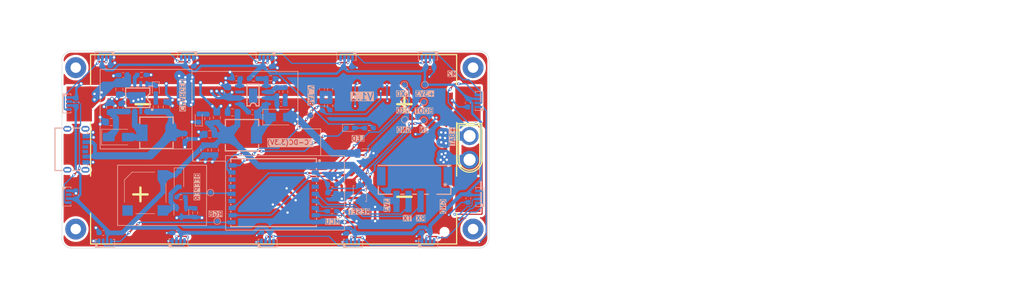
<source format=kicad_pcb>
(kicad_pcb (version 20221018) (generator pcbnew)
  (title_block (title "esp32BatCharger") (date "2023-12-16") (company "dwain po"))
  (layers (0 "F.Cu" mixed) (31 "B.Cu" signal) (34 "B.Paste" user) (35 "F.Paste" user) (36 "B.SilkS" user "B.Silkscreen") (37 "F.SilkS" user "F.Silkscreen") (38 "B.Mask" user) (39 "F.Mask" user) (44 "Edge.Cuts" user))
  (net 0 "")
  (net 1 "+BATT")
  (net 2 "GNDPWR")
  (net 3 "+3V3")
  (net 4 "Net-(BZ1-+)")
  (net 5 "Net-(U4-VIN)")
  (net 6 "Net-(D1-K)")
  (net 7 "Net-(U1-BOOT)")
  (net 8 "Net-(D12-K)")
  (net 9 "Net-(U1-SS)")
  (net 10 "Net-(C19-Pad1)")
  (net 11 "GNDD")
  (net 12 "/EN")
  (net 13 "Net-(C37-Pad1)")
  (net 14 "Net-(U1-COMP)")
  (net 15 "Net-(D6-K)")
  (net 16 "Net-(D6-A)")
  (net 17 "Net-(D13-A)")
  (net 18 "Net-(D14-A)")
  (net 21 "/IO9")
  (net 22 "/RXD")
  (net 23 "/TXD")
  (net 24 "Net-(BT1-+-Pad3)")
  (net 25 "/ESP_TX")
  (net 26 "/ESP_RX")
  (net 27 "Net-(D1-A)")
  (net 28 "Net-(LED1-DI)")
  (net 29 "Net-(LED2-DI)")
  (net 30 "Net-(LED3-DI)")
  (net 31 "Net-(LED4-DI)")
  (net 32 "Net-(LED5-DI)")
  (net 33 "Net-(LED6-DI)")
  (net 34 "/RGB")
  (net 35 "Net-(Q1-G)")
  (net 36 "Net-(U3-IO8)")
  (net 37 "/beep")
  (net 38 "Net-(U4-ICHG)")
  (net 39 "/BAT_FB")
  (net 40 "Net-(U1-VSNS)")
  (net 41 "Net-(LED1-DO)")
  (net 45 "Net-(LED8-DI)")
  (net 46 "Net-(LED10-DO)")
  (net 47 "/LED")
  (net 52 "Net-(LED11-DO)")
  (net 53 "Net-(LED11-DI)")
  (net 54 "Net-(LED12-DO)")
  (net 55 "Net-(LED13-DO)")
  (footprint "bat_rf:CONN-TH_XT30U-M" (layer "F.Cu") (at 129.265 71.375 -90)
    (fp_text reference "J4" hide)
    (fp_text value "Conn_01x02")
  )
  (footprint "MountingHole:MountingHole_2.2mm_M2_Pad" (layer "F.Cu") (at 130 54.475)
    (fp_text reference "H2" hide)
    (fp_text value "MountingHole")
  )
  (footprint "MountingHole:MountingHole_2.2mm_M2_Pad" (layer "F.Cu") (at 46.465 54.475)
    (fp_text reference "H1" hide)
    (fp_text value "MountingHole")
  )
  (footprint "bat_rf:BAT-SMD_BH-18650-B1BA007" (layer "F.Cu") (at 88.065 71.675)
    (fp_text reference "BT1" hide)
    (fp_text value "doubleBatCell")
  )
  (footprint "MountingHole:MountingHole_2.2mm_M2_Pad" (layer "F.Cu") (at 130 88.475)
    (fp_text reference "H3" hide)
    (fp_text value "MountingHole")
  )
  (footprint "MountingHole:MountingHole_2.2mm_M2_Pad" (layer "F.Cu") (at 46.465 88.475)
    (fp_text reference "H4" hide)
    (fp_text value "MountingHole")
  )
  (footprint "Capacitor_SMD:C_0603_1608Metric_Pad1.08x0.95mm_HandSolder" (layer "B.Cu") (at 52.265 89.275)
    (fp_text reference "C36" hide)
    (fp_text value "100n")
  )
  (footprint "Resistor_SMD:R_0603_1608Metric_Pad0.98x0.95mm_HandSolder" (layer "B.Cu") (at 100.365 79.075)
    (fp_text reference "R4" hide)
    (fp_text value "10k")
  )
  (footprint "Capacitor_SMD:C_0805_2012Metric_Pad1.18x1.45mm_HandSolder" (layer "B.Cu") (at 76.127 65.002 -90)
    (fp_text reference "C3" hide)
    (fp_text value "22u")
  )
  (footprint "Capacitor_SMD:C_0805_2012Metric_Pad1.18x1.45mm_HandSolder" (layer "B.Cu") (at 55.625 59.0485 -90)
    (fp_text reference "C13" hide)
    (fp_text value "10u")
  )
  (footprint "Capacitor_SMD:C_0603_1608Metric_Pad1.08x0.95mm_HandSolder" (layer "B.Cu") (at 89.633 62.148 180)
    (fp_text reference "C19" hide)
    (fp_text value "1n")
  )
  (footprint "Capacitor_SMD:C_0805_2012Metric_Pad1.18x1.45mm_HandSolder" (layer "B.Cu") (at 65.6 62.7375 90)
    (fp_text reference "C8" hide)
    (fp_text value "10u")
  )
  (footprint "Buzzer_Beeper:MagneticBuzzer_Kobitone_254-EMB84Q-RO" (layer "B.Cu") (at 61.069724 80.8575 180)
    (fp_text reference "BZ1" hide)
    (fp_text value "Buzzer")
  )
  (footprint "Capacitor_SMD:C_0603_1608Metric_Pad1.08x0.95mm_HandSolder" (layer "B.Cu") (at 70.37 54.2 180)
    (fp_text reference "C15" hide)
    (fp_text value "100n")
  )
  (footprint "bat_rf:LED-SMD_4P-L4.0-W1.7_M4020-03003-RGB-862-001" (layer "B.Cu") (at 69.9 52.4 180)
    (fp_text reference "LED11" hide)
    (fp_text value "XL-4020RGBC-WS2812B")
  )
  (footprint "Capacitor_SMD:C_0603_1608Metric_Pad1.08x0.95mm_HandSolder" (layer "B.Cu") (at 46.5 81.3 -90)
    (fp_text reference "C25" hide)
    (fp_text value "100n")
  )
  (footprint "LED_SMD:LED_0603_1608Metric_Pad1.05x0.95mm_HandSolder" (layer "B.Cu") (at 72.327 65.102 90)
    (fp_text reference "D14" hide)
    (fp_text value "LED")
  )
  (footprint "Capacitor_SMD:C_0805_2012Metric_Pad1.18x1.45mm_HandSolder" (layer "B.Cu") (at 74.627 68.502)
    (fp_text reference "C2" hide)
    (fp_text value "22u")
  )
  (footprint "Resistor_SMD:R_0603_1608Metric_Pad0.98x0.95mm_HandSolder" (layer "B.Cu") (at 98.245 62.521267 -90)
    (fp_text reference "R9" hide)
    (fp_text value "7m")
  )
  (footprint "Resistor_SMD:R_0603_1608Metric_Pad0.98x0.95mm_HandSolder" (layer "B.Cu") (at 74.127 65.202 90)
    (fp_text reference "R17" hide)
    (fp_text value "1k")
  )
  (footprint "Diode_SMD:D_SOD-123" (layer "B.Cu") (at 68.169724 77.9575 -90)
    (fp_text reference "D5" hide)
    (fp_text value "1N4148W")
  )
  (footprint "bat_rf:LED-SMD_4P-L4.0-W1.7_M4020-03003-RGB-862-001" (layer "B.Cu") (at 130.9 61.5 90)
    (fp_text reference "LED1" hide)
    (fp_text value "XL-4020RGBC-WS2812B")
  )
  (footprint "TestPoint:TestPoint_Pad_D1.0mm" (layer "B.Cu") (at 115.565 58.075 180)
    (fp_text reference "TP3" hide)
    (fp_text value "TestPoint")
  )
  (footprint "LED_SMD:LED_0603_1608Metric_Pad1.05x0.95mm_HandSolder" (layer "B.Cu") (at 104.19 67.175)
    (fp_text reference "D13" hide)
    (fp_text value "LED")
  )
  (footprint "bat_rf:LED-SMD_4P-L4.0-W1.7_M4020-03003-RGB-862-001" (layer "B.Cu") (at 131 81.72 90)
    (fp_text reference "LED2" hide)
    (fp_text value "XL-4020RGBC-WS2812B")
  )
  (footprint "Package_TO_SOT_SMD:SOT-23" (layer "B.Cu") (at 68.669724 84.9575 -90)
    (fp_text reference "Q1" hide)
    (fp_text value "NMOS")
  )
  (footprint "Resistor_SMD:R_0603_1608Metric_Pad0.98x0.95mm_HandSolder" (layer "B.Cu") (at 71.569724 85.0575 90)
    (fp_text reference "R7" hide)
    (fp_text value "10k")
  )
  (footprint "Resistor_SMD:R_0603_1608Metric_Pad0.98x0.95mm_HandSolder" (layer "B.Cu") (at 68.569724 81.7575)
    (fp_text reference "R6" hide)
    (fp_text value "100R")
  )
  (footprint "Capacitor_SMD:C_0805_2012Metric_Pad1.18x1.45mm_HandSolder" (layer "B.Cu") (at 101.565 76.075 -90)
    (fp_text reference "C20" hide)
    (fp_text value "10u")
  )
  (footprint "bat_rf:LED-SMD_4P-L4.0-W1.7_M4020-03003-RGB-862-001" (layer "B.Cu") (at 104.745 91.075)
    (fp_text reference "LED4" hide)
    (fp_text value "XL-4020RGBC-WS2812B")
  )
  (footprint "Resistor_SMD:R_0603_1608Metric_Pad0.98x0.95mm_HandSolder" (layer "B.Cu") (at 87.427 56.702 180)
    (fp_text reference "R16" hide)
    (fp_text value "3.24k")
  )
  (footprint "Capacitor_SMD:C_0603_1608Metric_Pad1.08x0.95mm_HandSolder" (layer "B.Cu") (at 120.9325 54.365 180)
    (fp_text reference "C14" hide)
    (fp_text value "100n")
  )
  (footprint "Capacitor_SMD:C_0603_1608Metric_Pad1.08x0.95mm_HandSolder" (layer "B.Cu") (at 100.3275 80.875)
    (fp_text reference "C22" hide)
    (fp_text value "100n")
  )
  (footprint "Resistor_SMD:R_0603_1608Metric_Pad0.98x0.95mm_HandSolder" (layer "B.Cu") (at 108.165 67.205 180)
    (fp_text reference "R13" hide)
    (fp_text value "1k")
  )
  (footprint "bat_rf:LED-SMD_4P-L4.0-W1.7_M4020-03003-RGB-862-001" (layer "B.Cu") (at 45 62.02 -90)
    (fp_text reference "LED13" hide)
    (fp_text value "XL-4020RGBC-WS2812B")
  )
  (footprint "Capacitor_SMD:C_0603_1608Metric_Pad1.08x0.95mm_HandSolder" (layer "B.Cu") (at 80.233 56.748)
    (fp_text reference "C18" hide)
    (fp_text value "8.2n")
  )
  (footprint "TestPoint:TestPoint_Pad_D1.0mm" (layer "B.Cu") (at 119.665 61.675 180)
    (fp_text reference "TP5" hide)
    (fp_text value "TestPoint")
  )
  (footprint "Capacitor_SMD:C_0603_1608Metric_Pad1.08x0.95mm_HandSolder" (layer "B.Cu") (at 55.9 62.9375 90)
    (fp_text reference "C9" hide)
    (fp_text value "1u")
  )
  (footprint "Capacitor_SMD:C_0805_2012Metric_Pad1.18x1.45mm_HandSolder" (layer "B.Cu") (at 78.433 59.648 90)
    (fp_text reference "C16" hide)
    (fp_text value "22u")
  )
  (footprint "Capacitor_SMD:C_0805_2012Metric_Pad1.18x1.45mm_HandSolder" (layer "B.Cu") (at 79.427 63.902)
    (fp_text reference "C4" hide)
    (fp_text value "22u")
  )
  (footprint "Capacitor_SMD:C_0603_1608Metric_Pad1.08x0.95mm_HandSolder" (layer "B.Cu") (at 52.8325 54.125 180)
    (fp_text reference "C23" hide)
    (fp_text value "100n")
  )
  (footprint "bat_rf:LED-SMD_4P-L4.0-W1.7_M4020-03003-RGB-862-001" (layer "B.Cu") (at 52.645 91.075)
    (fp_text reference "LED7" hide)
    (fp_text value "XL-4020RGBC-WS2812B")
  )
  (footprint "bat_rf:CONN-SMD_4P-P2.54_XH2.54-4AB_vertical" (layer "B.Cu") (at 117.7 80 180)
    (fp_text reference "J2" hide)
    (fp_text value "Conn_01x04")
  )
  (footprint "TestPoint:TestPoint_Pad_D1.0mm" (layer "B.Cu") (at 115.665 65.475 180)
    (fp_text reference "TP6" hide)
    (fp_text value "TestPoint")
  )
  (footprint "bat_rf:USB-C-SMD_HX-TYPE-C-6PIN" (layer "B.Cu") (at 46.6 71.675 90)
    (fp_text reference "J1" hide)
    (fp_text value "USB_C_Receptacle_PowerOnly_6P")
  )
  (footprint "Capacitor_SMD:C_0603_1608Metric_Pad1.08x0.95mm_HandSolder" (layer "B.Cu") (at 99.365 76.075 -90)
    (fp_text reference "C21" hide)
    (fp_text value "100n")
  )
  (footprint "Diode_SMD:D_SMA" (layer "B.Cu") (at 55.4 69.1)
    (fp_text reference "D1" hide)
    (fp_text value "3A")
  )
  (footprint "Capacitor_SMD:C_0603_1608Metric_Pad1.08x0.95mm_HandSolder" (layer "B.Cu") (at 86.4425 89.175)
    (fp_text reference "C34" hide)
    (fp_text value "100n")
  )
  (footprint "bat_rf:WIFIM-SMD_19P-L18.0-W14.3-P1.50_ESP8684-WROOM-02UC" (layer "B.Cu") (at 88.068452 81.055 180)
    (fp_text reference "U3" hide)
    (fp_text value "ESP8684-WROOM-02UC")
  )
  (footprint "TestPoint:TestPoint_Pad_D1.0mm" (layer "B.Cu") (at 119.865 58.075 180)
    (fp_text reference "TP1" hide)
    (fp_text value "TestPoint")
  )
  (footprint "bat_rf:LED-SMD_4P-L4.0-W1.7_M4020-03003-RGB-862-001" (layer "B.Cu") (at 44.995 81.6325 -90)
    (fp_text reference "LED14" hide)
    (fp_text value "XL-4020RGBC-WS2812B")
  )
  (footprint "bat_rf:LED-SMD_4P-L4.0-W1.7_M4020-03003-RGB-862-001" (layer "B.Cu") (at 68.065 90.975)
    (fp_text reference "LED6" hide)
    (fp_text value "XL-4020RGBC-WS2812B")
  )
  (footprint "TestPoint:TestPoint_Pad_D1.0mm" (layer "B.Cu") (at 76.2 86.8 180)
    (fp_text reference "TP9" hide)
    (fp_text value "TestPoint")
  )
  (footprint "Capacitor_SMD:C_0805_2012Metric_Pad1.18x1.45mm_HandSolder" (layer "B.Cu") (at 73.527 71.8395 90)
    (fp_text reference "C1" hide)
    (fp_text value "22u")
  )
  (footprint "Capacitor_SMD:C_0603_1608Metric_Pad1.08x0.95mm_HandSolder" (layer "B.Cu") (at 83.633 63.848)
    (fp_text reference "C17" hide)
    (fp_text value "100n")
  )
  (footprint "Capacitor_SMD:C_0603_1608Metric_Pad1.08x0.95mm_HandSolder" (layer "B.Cu") (at 104.305 89.375)
    (fp_text reference "C33" hide)
    (fp_text value "100n")
  )
  (footprint "Capacitor_SMD:C_0805_2012Metric_Pad1.18x1.45mm_HandSolder" (layer "B.Cu") (at 53.9 65.9375 180)
    (fp_text reference "C10" hide)
    (fp_text value "22u")
  )
  (footprint "TestPoint:TestPoint_Pad_D1.0mm" (layer "B.Cu") (at 74.8 80.8)
    (fp_text reference "TP7" hide)
    (fp_text value "TestPoint")
  )
  (footprint "Inductor_SMD:L_1206_3216Metric_Pad1.22x1.90mm_HandSolder" (layer "B.Cu") (at 107.4 72.5)
    (fp_text reference "FB1" hide)
    (fp_text value "FerriteBead")
  )
  (footprint "bat_rf:ESOP-8_L4.9-W3.9-P1.27-LS6.0-BL-EP" (layer "B.Cu") (at 59.5 60.8125 180)
    (fp_text reference "U4" hide)
    (fp_text value "CS5090E")
  )
  (footprint "Capacitor_SMD:C_0805_2012Metric_Pad1.18x1.45mm_HandSolder" (layer "B.Cu") (at 75.727 71.8395 90)
    (fp_text reference "C39" hide)
    (fp_text value "22u")
  )
  (footprint "Capacitor_SMD:C_0603_1608Metric_Pad1.08x0.95mm_HandSolder" (layer "B.Cu") (at 67.745 89.275)
    (fp_text reference "C35" hide)
    (fp_text value "100n")
  )
  (footprint "Capacitor_SMD:C_0603_1608Metric_Pad1.08x0.95mm_HandSolder" (layer "B.Cu") (at 120.125 89.175)
    (fp_text reference "C32" hide)
    (fp_text value "100n")
  )
  (footprint "LED_SMD:LED_0603_1608Metric_Pad1.05x0.95mm_HandSolder" (layer "B.Cu") (at 63.295 59.1295 -90)
    (fp_text reference "D6" hide)
    (fp_text value "RED")
  )
  (footprint "Capacitor_SMD:C_0603_1608Metric_Pad1.08x0.95mm_HandSolder" (layer "B.Cu") (at 103.595 54.325 180)
    (fp_text reference "C6" hide)
    (fp_text value "100n")
  )
  (footprint "bat_rf:IND-SMD_L7.0-W6.6_0630CDMCCDS" (layer "B.Cu") (at 81.427 68.702 180)
    (fp_text reference "L3" hide)
    (fp_text value "4.5u")
  )
  (footprint "Capacitor_SMD:C_0805_2012Metric_Pad1.18x1.45mm_HandSolder" (layer "B.Cu") (at 53.7 62.8375 90)
    (fp_text reference "C11" hide)
    (fp_text value "22u")
  )
  (footprint "Capacitor_SMD:C_0603_1608Metric_Pad1.08x0.95mm_HandSolder" (layer "B.Cu") (at 86.725 54.28 180)
    (fp_text reference "C5" hide)
    (fp_text value "100n")
  )
  (footprint "Capacitor_SMD:C_0603_1608Metric_Pad1.08x0.95mm_HandSolder" (layer "B.Cu") (at 56.425 56.0485 180)
    (fp_text reference "C12" hide)
    (fp_text value "1u")
  )
  (footprint "Button_Switch_SMD:SW_SPST_B3U-1000P" (layer "B.Cu") (at 106.2 81 -90)
    (fp_text reference "SW2" hide)
    (fp_text value "RESET")
  )
  (footprint "Resistor_SMD:R_0603_1608Metric_Pad0.98x0.95mm_HandSolder" (layer "B.Cu") (at 90.533 59.548 -90)
    (fp_text reference "R8" hide)
    (fp_text value "29.4k")
  )
  (footprint "TestPoint:TestPoint_Pad_D1.0mm" (layer "B.Cu") (at 119.665 65.575 180)
    (fp_text reference "TP4" hide)
    (fp_text value "TestPoint")
  )
  (footprint "TestPoint:TestPoint_Pad_D1.0mm" (layer "B.Cu") (at 95.8 64.5 180)
    (fp_text reference "TP8" hide)
    (fp_text value "TestPoint")
  )
  (footprint "bat_rf:LED-SMD_4P-L4.0-W1.7_M4020-03003-RGB-862-001" (layer "B.Cu") (at 52.5 52.4 180)
    (fp_text reference "LED12" hide)
    (fp_text value "XL-4020RGBC-WS2812B")
  )
  (footprint "Resistor_SMD:R_0603_1608Metric_Pad0.98x0.95mm_HandSolder" (layer "B.Cu") (at 100.365 84.7)
    (fp_text reference "R5" hide)
    (fp_text value "10k")
  )
  (footprint "Resistor_SMD:R_0603_1608Metric_Pad0.98x0.95mm_HandSolder" (layer "B.Cu") (at 99.945 59.021267 -90)
    (fp_text reference "R10" hide)
    (fp_text value "3m")
  )
  (footprint "Resistor_SMD:R_0603_1608Metric_Pad0.98x0.95mm_HandSolder" (layer "B.Cu") (at 63.3 62.7125 -90)
    (fp_text reference "R12" hide)
    (fp_text value "1k")
  )
  (footprint "Capacitor_SMD:C_0603_1608Metric_Pad1.08x0.95mm_HandSolder" (layer "B.Cu") (at 88.733 59.548 -90)
    (fp_text reference "C38" hide)
    (fp_text value "10p")
  )
  (footprint "bat_rf:LED-SMD_4P-L4.0-W1.7_M4020-03003-RGB-862-001" (layer "B.Cu") (at 120.545 90.975)
    (fp_text reference "LED3" hide)
    (fp_text value "XL-4020RGBC-WS2812B")
  )
  (footprint "Capacitor_SMD:C_0603_1608Metric_Pad1.08x0.95mm_HandSolder" (layer "B.Cu") (at 69.4 69.2 -90)
    (fp_text reference "C7" hide)
    (fp_text value "1u")
  )
  (footprint "Capacitor_SMD:C_0603_1608Metric_Pad1.08x0.95mm_HandSolder" (layer "B.Cu") (at 46.6 61.77 -90)
    (fp_text reference "C24" hide)
    (fp_text value "100n")
  )
  (footprint "bat_rf:SOP8-PAD" (layer "B.Cu") (at 80.971 62.153)
    (fp_text reference "U1" hide)
    (fp_text value "TPS54331")
  )
  (footprint "bat_rf:IND-SMD_L7.0-W6.6_0630CDMCCDS" (layer "B.Cu") (at 63.435 68.199 180)
    (fp_text reference "L1" hide)
    (fp_text value "2.2u")
  )
  (footprint "Capacitor_SMD:C_0603_1608Metric_Pad1.08x0.95mm_HandSolder" (layer "B.Cu") (at 128.9 61.88 90)
    (fp_text reference "C30" hide)
    (fp_text value "100n")
  )
  (footprint "bat_rf:LED-SMD_4P-L4.0-W1.7_M4020-03003-RGB-862-001" (layer "B.Cu") (at 120.5 52.4 180)
    (fp_text reference "LED10" hide)
    (fp_text value "XL-4020RGBC-WS2812B")
  )
  (footprint "Resistor_SMD:R_0603_1608Metric_Pad0.98x0.95mm_HandSolder" (layer "B.Cu") (at 99.945 62.521267 90)
    (fp_text reference "R14" hide)
    (fp_text value "1k")
  )
  (footprint "Capacitor_SMD:C_0603_1608Metric_Pad1.08x0.95mm_HandSolder" (layer "B.Cu") (at 129 82 90)
    (fp_text reference "C31" hide)
    (fp_text value "100n")
  )
  (footprint "Resistor_SMD:R_0603_1608Metric_Pad0.98x0.95mm_HandSolder" (layer "B.Cu") (at 83.827 56.802 180)
    (fp_text reference "R15" hide)
    (fp_text value "10.2k")
  )
  (footprint "TestPoint:TestPoint_Pad_D1.0mm" (layer "B.Cu") (at 115.665 61.575 180)
    (fp_text reference "TP2" hide)
    (fp_text value "TestPoint")
  )
  (footprint "Resistor_SMD:R_0603_1608Metric_Pad0.98x0.95mm_HandSolder" (layer "B.Cu") (at 60.295 56.0045)
    (fp_text reference "R11" hide)
    (fp_text value "1k")
  )
  (footprint "Diode_SMD:D_SMA" (layer "B.Cu") (at 89.3 64.9)
    (fp_text reference "D12" hide)
    (fp_text value "3A")
  )
  (footprint "bat_rf:LED-SMD_4P-L4.0-W1.7_M4020-03003-RGB-862-001" (layer "B.Cu") (at 86.385 52.48 180)
    (fp_text reference "LED8" hide)
    (fp_text value "XL-4020RGBC-WS2812B")
  )
  (footprint "Capacitor_SMD:C_0603_1608Metric_Pad1.08x0.95mm_HandSolder" (layer "B.Cu") (at 98.245 59.021267 90)
    (fp_text reference "C37" hide)
    (fp_text value "2.2u")
  )
  (footprint "bat_rf:LED-SMD_4P-L4.0-W1.7_M4020-03003-RGB-862-001" (layer "B.Cu") (at 103.4 52.5 180)
    (fp_text reference "LED9" hide)
    (fp_text value "XL-4020RGBC-WS2812B")
  )
  (footprint "bat_rf:LED-SMD_4P-L4.0-W1.7_M4020-03003-RGB-862-001" (layer "B.Cu") (at 86.8 91.075)
    (fp_text reference "LED5" hide)
    (fp_text value "XL-4020RGBC-WS2812B")
  )
  (gr_line (start 71.065 74.175) (end 71.865 74.175) (stroke (width 0.15)) (layer "B.SilkS"))
  (gr_line (start 77.865 74.175) (end 72.365 74.175) (stroke (width 0.15)) (layer "B.SilkS"))
  (gr_rect (start 77.966952 73.0045) (end 102.966952 88.7045) (stroke (width 0.15)) (fill none) (layer "B.SilkS"))
  (gr_line (start 93.165 67.375) (end 97.965 67.375) (stroke (width 0.15)) (layer "B.SilkS"))
  (gr_line (start 71.065 55.275) (end 93.165 55.275) (stroke (width 0.15)) (layer "B.SilkS"))
  (gr_line (start 71.065 71.875) (end 71.065 74.175) (stroke (width 0.15)) (layer "B.SilkS"))
  (gr_rect (start 55.269724 75.0075) (end 73.969724 87.7075) (stroke (width 0.15)) (fill none) (layer "B.SilkS"))
  (gr_line (start 72.865 74.175) (end 71.865 74.175) (stroke (width 0.15)) (layer "B.SilkS"))
  (gr_rect (start 51.6 54.85) (end 70.9 71.6) (stroke (width 0.15)) (fill none) (layer "B.SilkS"))
  (gr_line (start 97.965 67.375) (end 97.965 72.975) (stroke (width 0.15)) (layer "B.SilkS"))
  (gr_line (start 93.165 55.275) (end 93.165 67.375) (stroke (width 0.15)) (layer "B.SilkS"))
  (gr_arc (start 131.345843 50.975) (mid 132.760057 51.560786) (end 133.345843 52.975) (stroke (width 0.1)) (layer "Edge.Cuts"))
  (gr_line (start 130.465 92.475) (end 45.565 92.475) (stroke (width 0.1)) (layer "Edge.Cuts"))
  (gr_line (start 133.345843 52.975) (end 133.345843 90.475) (stroke (width 0.1)) (layer "Edge.Cuts"))
  (gr_line (start 131.345843 92.475) (end 130.465 92.475) (stroke (width 0.1)) (layer "Edge.Cuts"))
  (gr_line (start 43.565 90.475) (end 43.565 52.975) (stroke (width 0.1)) (layer "Edge.Cuts"))
  (gr_arc (start 43.565 52.975) (mid 44.150786 51.560786) (end 45.565 50.975) (stroke (width 0.1)) (layer "Edge.Cuts"))
  (gr_line (start 45.565 50.975) (end 130.465 50.975) (stroke (width 0.1)) (layer "Edge.Cuts"))
  (gr_line (start 130.465 50.975) (end 131.345843 50.975) (stroke (width 0.1)) (layer "Edge.Cuts"))
  (gr_arc (start 45.565 92.475) (mid 44.150786 91.889214) (end 43.565 90.475) (stroke (width 0.1)) (layer "Edge.Cuts"))
  (gr_arc (start 133.345843 90.475) (mid 132.760057 91.889214) (end 131.345843 92.475) (stroke (width 0.1)) (layer "Edge.Cuts"))
  (gr_text "BAT_V" (at 95.345 62.608767 270) (layer "B.SilkS" knockout) (effects (font (size 1 1)) (justify left bottom mirror)))
  (gr_text "EN" (at 120.765 68.175) (layer "B.SilkS" knockout) (effects (font (size 1 1)) (justify left bottom mirror)))
  (gr_text "MCU" (at 102.166952 87.5045) (layer "B.SilkS" knockout) (effects (font (size 1 1)) (justify left bottom mirror)))
  (gr_text "RXD" (at 116.865 60.575) (layer "B.SilkS" knockout) (effects (font (size 1 1)) (justify left bottom mirror)))
  (gr_text "RGB" (at 77.5 85.9) (layer "B.SilkS" knockout) (effects (font (size 1 1)) (justify left bottom mirror)))
  (gr_text "RX" (at 120.1 86.8) (layer "B.SilkS" knockout) (effects (font (size 1 1)) (justify left bottom mirror)))
  (gr_text "DC-DC(3.3V)" (at 96.6 70.8) (layer "B.SilkS" knockout) (effects (font (size 1 1)) (justify left bottom mirror)))
  (gr_text "GND" (at 124.3 82.1 90) (layer "B.SilkS" knockout) (effects (font (size 1 1)) (justify left bottom mirror)))
  (gr_text "CHARGER" (at 68.3 63.8 -90) (layer "B.SilkS" knockout) (effects (font (size 1 1)) (justify left bottom mirror)))
  (gr_text "3V3" (at 112.5 82 90) (layer "B.SilkS" knockout) (effects (font (size 1 1)) (justify left bottom mirror)))
  (gr_text "BOOT" (at 121.765 64.175) (layer "B.SilkS" knockout) (effects (font (size 1 1)) (justify left bottom mirror)))
  (gr_text "+BAT" (at 126.2 66.9 90) (layer "B.SilkS" knockout) (effects (font (size 1 1)) (justify left bottom mirror)))
  (gr_text "V1.1" (at 109.165 61.475) (layer "B.SilkS" knockout) (effects (font (size 1.5 1.5) (thickness 0.2) bold) (justify left bottom mirror)))
  (gr_text "RESET" (at 108.5 85.4) (layer "B.SilkS" knockout) (effects (font (size 1 1)) (justify left bottom mirror)))
  (gr_text "M2" (at 126.8 56.4) (layer "B.SilkS" knockout) (effects (font (size 1 1)) (justify left bottom mirror)))
  (gr_text "TXD" (at 116.665 64.075) (layer "B.SilkS" knockout) (effects (font (size 1 1)) (justify left bottom mirror)))
  (gr_text "TX" (at 117.1 86.8) (layer "B.SilkS" knockout) (effects (font (size 1 1)) (justify left bottom mirror)))
  (gr_text "+3V3" (at 121.965 60.575) (layer "B.SilkS" knockout) (effects (font (size 1 1)) (justify left bottom mirror)))
  (gr_text "LED" (at 107.3 70) (layer "B.SilkS" knockout) (effects (font (size 1 1)) (justify left bottom mirror)))
  (gr_text "BEEPER" (at 72.569724 76.6075 90) (layer "B.SilkS" knockout) (effects (font (size 1 1)) (justify left bottom mirror)))
  (gr_text "GND" (at 117.065 68.175) (layer "B.SilkS" knockout) (effects (font (size 1 1)) (justify left bottom mirror)))
  (segment (start 76.1 59.4375) (end 77.2 59.4375) (width 2) (layer "F.Cu") (net 1))
  (segment (start 51.1 60.5) (end 50.9 60.7) (width 2) (layer "F.Cu") (net 1))
  (segment (start 123.1 68.3) (end 123.3 68.1) (width 2) (layer "F.Cu") (net 1))
  (segment (start 50.4 61.2) (end 49.475 62.125) (width 2) (layer "F.Cu") (net 1))
  (segment (start 50.4 60.7) (end 50.4 60) (width 2) (layer "F.Cu") (net 1))
  (segment (start 48.9 59.4375) (end 75 59.4375) (width 2) (layer "F.Cu") (net 1))
  (segment (start 51.7 59.9) (end 51.7 60.7) (width 2) (layer "F.Cu") (net 1))
  (segment (start 123.6 68.7) (end 123.1 69.2) (width 2) (layer "F.Cu") (net 1))
  (segment (start 123.6 69.7) (end 123.6 69.9) (width 2) (layer "F.Cu") (net 1))
  (segment (start 50.4 61.2) (end 50.9 60.7) (width 2) (layer "F.Cu") (net 1))
  (segment (start 51.6 60) (end 50.9 60) (width 2) (layer "F.Cu") (net 1))
  (segment (start 49.475 62.125) (end 47.21 62.125) (width 2) (layer "F.Cu") (net 1))
  (segment (start 77.2 59.4375) (end 110.6 59.4375) (width 2) (layer "F.Cu") (net 1))
  (segment (start 51.9 59.7) (end 51.7 59.9) (width 2) (layer "F.Cu") (net 1))
  (segment (start 123.3 68.1) (end 123.5 68.3) (width 2) (layer "F.Cu") (net 1))
  (segment (start 51.9 59.7) (end 51.6 60) (width 2) (layer "F.Cu") (net 1))
  (segment (start 110.6 59.4375) (end 114.2025 59.4375) (width 2) (layer "F.Cu") (net 1))
  (segment (start 75 59.4375) (end 76.1 59.4375) (width 2) (layer "F.Cu") (net 1))
  (segment (start 123.065 68.3) (end 123.1 68.3) (width 2) (layer "F.Cu") (net 1))
  (segment (start 51.7 60.7) (end 50.9 60.7) (width 2) (layer "F.Cu") (net 1))
  (segment (start 123.1 69.2) (end 123.6 69.7) (width 2) (layer "F.Cu") (net 1))
  (segment (start 114.2025 59.4375) (end 123.065 68.3) (width 2) (layer "F.Cu") (net 1))
  (segment (start 123.6 68.3) (end 123.6 68.7) (width 2) (layer "F.Cu") (net 1))
  (segment (start 123.5 68.3) (end 123.6 68.3) (width 2) (layer "F.Cu") (net 1))
  (via (at 123.1 69.2) (size 0.8) (drill 0.5) (layers "F.Cu" "B.Cu") (net 1))
  (via (at 124.2 68.2) (size 0.8) (drill 0.5) (layers "F.Cu" "B.Cu") (net 1))
  (via (at 123.3 68.1) (size 0.8) (drill 0.5) (layers "F.Cu" "B.Cu") (net 1))
  (via (at 123.3 70.2) (size 0.8) (drill 0.5) (layers "F.Cu" "B.Cu") (net 1))
  (via (at 50.4 60) (size 0.8) (drill 0.5) (layers "F.Cu" "B.Cu") (net 1))
  (via (at 51.9 59.7) (size 0.8) (drill 0.5) (layers "F.Cu" "B.Cu") (net 1))
  (via (at 51.7 60.7) (size 0.8) (drill 0.5) (layers "F.Cu" "B.Cu") (net 1))
  (via (at 75 59.4375) (size 0.8) (drill 0.5) (layers "F.Cu" "B.Cu") (net 1))
  (via (at 79.327907 59.686465) (size 0.8) (drill 0.5) (layers "F.Cu" "B.Cu") (net 1))
  (via (at 76.1 59.4375) (size 0.8) (drill 0.5) (layers "F.Cu" "B.Cu") (net 1))
  (via (at 50.4 61.2) (size 0.8) (drill 0.5) (layers "F.Cu" "B.Cu") (net 1))
  (via (at 110.6 59.4375) (size 0.55) (drill 0.3) (layers "F.Cu" "B.Cu") (net 1))
  (via (at 124.1 69.3) (size 0.8) (drill 0.5) (layers "F.Cu" "B.Cu") (net 1))
  (via (at 77.2 59.4375) (size 0.8) (drill 0.5) (layers "F.Cu" "B.Cu") (net 1))
  (via (at 124.3 70.4) (size 0.8) (drill 0.5) (layers "F.Cu" "B.Cu") (net 1))
  (segment (start 51.8265 58.5735) (end 50.4 60) (width 1.2) (layer "B.Cu") (net 1))
  (segment (start 77.348 60.6855) (end 76.1 59.4375) (width 0.5) (layer "B.Cu") (net 1))
  (segment (start 57.2875 56.0485) (end 57.2875 56.012) (width 1.2) (layer "B.Cu") (net 1))
  (segment (start 80.939 60.872) (end 78.6195 60.872) (width 1.2) (layer "B.Cu") (net 1))
  (segment (start 99.0825 64.271267) (end 98.245 63.433767) (width 0.3) (layer "B.Cu") (net 1))
  (segment (start 107.471267 64.271267) (end 99.0825 64.271267) (width 0.3) (layer "B.Cu") (net 1))
  (segment (start 110.6 61.142534) (end 110.6 59.4375) (width 0.3) (layer "B.Cu") (net 1))
  (segment (start 57.595 56.3195) (end 57.2875 56.012) (width 1) (layer "B.Cu") (net 1))
  (segment (start 53.0265 58.5735) (end 50.4 61.2) (width 1.2) (layer "B.Cu") (net 1))
  (segment (start 124.3 70.4) (end 123.7 70.1) (width 2) (layer "B.Cu") (net 1))
  (segment (start 78.6195 60.872) (end 78.433 60.6855) (width 1.2) (layer "B.Cu") (net 1))
  (segment (start 124.175 68.875) (end 124.2 68.9) (width 2) (layer "B.Cu") (net 1))
  (segment (start 76.172 60.872) (end 75 59.7) (width 0.5) (layer "B.Cu") (net 1))
  (segment (start 55.625 58.011) (end 52.3265 58.011) (width 1.2) (layer "B.Cu") (net 1))
  (segment (start 124.2 68.9) (end 124.2 68.2) (width 2) (layer "B.Cu") (net 1))
  (segment (start 107.471267 64.271267) (end 110.6 61.142534) (width 0.3) (layer "B.Cu") (net 1))
  (segment (start 129.265 68.875) (end 125.825 68.875) (width 1.2) (layer "B.Cu") (net 1))
  (segment (start 57.4885 58.011) (end 57.595 57.9045) (width 1.2) (layer "B.Cu") (net 1))
  (segment (start 57.2875 56.543866) (end 57.2875 56.012) (width 1) (layer "B.Cu") (net 1))
  (segment (start 125.825 68.875) (end 124.3 70.4) (width 1.2) (layer "B.Cu") (net 1))
  (segment (start 57.595 57.9045) (end 57.595 56.3195) (width 1) (layer "B.Cu") (net 1))
  (segment (start 75 59.7) (end 75 59.4375) (width 0.5) (layer "B.Cu") (net 1))
  (segment (start 56.607866 57.2235) (end 57.2875 56.543866) (width 1) (layer "B.Cu") (net 1))
  (segment (start 78.433 60.6855) (end 77.348 60.6855) (width 0.5) (layer "B.Cu") (net 1))
  (segment (start 78.433 60.6855) (end 78.433 60.6705) (width 0.5) (layer "B.Cu") (net 1))
  (segment (start 124.2 68.2) (end 123.5 68.2) (width 2) (layer "B.Cu") (net 1))
  (segment (start 79.327907 59.686465) (end 78.433 60.581372) (width 0.5) (layer "B.Cu") (net 1))
  (segment (start 123.7 69.7) (end 123.3 70.2) (width 2) (layer "B.Cu") (net 1))
  (segment (start 124.1 69.3) (end 123.7 69.7) (width 2) (layer "B.Cu") (net 1))
  (segment (start 78.433 60.581372) (end 78.433 60.6855) (width 0.5) (layer "B.Cu") (net 1))
  (segment (start 123.3 70.2) (end 124.3 70.4) (width 2) (layer "B.Cu") (net 1))
  (segment (start 123.7 68.9) (end 124.1 69.3) (width 2) (layer "B.Cu") (net 1))
  (segment (start 123.7 68.4) (end 123.7 68.9) (width 2) (layer "B.Cu") (net 1))
  (segment (start 129.265 68.875) (end 124.175 68.875) (width 2) (layer "B.Cu") (net 1))
  (segment (start 123.5 68.2) (end 123.7 68.4) (width 2) (layer "B.Cu") (net 1))
  (segment (start 55.625 58.011) (end 57.4885 58.011) (width 1.2) (layer "B.Cu") (net 1))
  (segment (start 80.939 60.872) (end 76.172 60.872) (width 0.5) (layer "B.Cu") (net 1))
  (segment (start 55.1765 57.2235) (end 56.607866 57.2235) (width 1) (layer "B.Cu") (net 1))
  (segment (start 78.433 60.6705) (end 77.2 59.4375) (width 0.5) (layer "B.Cu") (net 1))
  (segment (start 51.7 60.7) (end 55.1765 57.2235) (width 1) (layer "B.Cu") (net 1))
  (segment (start 88.853849 56.654667) (end 89.299591 57.100409) (width 0.3) (layer "F.Cu") (net 2))
  (segment (start 88.853849 54.537609) (end 88.853849 56.654667) (width 0.3) (layer "F.Cu") (net 2))
  (segment (start 54.4 53.728396) (end 54.664198 53.464198) (width 0.5) (layer "F.Cu") (net 2))
  (segment (start 72.1 57) (end 72.7 57.6) (width 0.5) (layer "F.Cu") (net 2))
  (segment (start 72.1 53.5) (end 72.1 57) (width 0.5) (layer "F.Cu") (net 2))
  (segment (start 76.762 57.6) (end 77 57.838) (width 0.3) (layer "F.Cu") (net 2))
  (segment (start 125.6 61.4) (end 122.3 64.7) (width 0.35) (layer "F.Cu") (net 2))
  (segment (start 47.593526 57.850498) (end 52.749502 57.850498) (width 0.5) (layer "F.Cu") (net 2))
  (segment (start 62.3 56) (end 63.662 56) (width 0.5) (layer "F.Cu") (net 2))
  (segment (start 54.6 56) (end 62.3 56) (width 0.5) (layer "F.Cu") (net 2))
  (segment (start 52.749502 57.850498) (end 54.4 56.2) (width 0.5) (layer "F.Cu") (net 2))
  (segment (start 122.3 64.7) (end 122.3 65) (width 0.35) (layer "F.Cu") (net 2))
  (segment (start 50.1 74.4) (end 50.1 69.2555) (width 0.5) (layer "F.Cu") (net 2))
  (segment (start 54.4 56.2) (end 54.4 53.728396) (width 0.5) (layer "F.Cu") (net 2))
  (segment (start 72.7 57.6) (end 76.762 57.6) (width 0.3) (layer "F.Cu") (net 2))
  (segment (start 50.1 69.2555) (end 50.2 69.1555) (width 0.5) (layer "F.Cu") (net 2))
  (segment (start 120.8 56.4) (end 113.463 56.4) (width 0.3) (layer "F.Cu") (net 2))
  (segment (start 54.4 56.2) (end 54.6 56) (width 0.5) (layer "F.Cu") (net 2))
  (segment (start 105.6 57.6) (end 105.7 57.7) (width 0.3) (layer "F.Cu") (net 2))
  (segment (start 105.6 54.5) (end 105.6 57.6) (width 0.3) (layer "F.Cu") (net 2))
  (segment (start 113.463 56.4) (end 111.9 57.963) (width 0.3) (layer "F.Cu") (net 2))
  (segment (start 63.662 56) (end 65.5 57.838) (width 0.5) (layer "F.Cu") (net 2))
  (segment (start 72.1 74) (end 72.1 73.9) (width 0.5) (layer "F.Cu") (net 2))
  (via (at 78.9 55.4) (size 0.8) (drill 0.5) (layers "F.Cu" "B.Cu") (net 2))
  (via (at 117.9 68.5) (size 0.7) (drill 0.4) (layers "F.Cu" "B.Cu") (net 2))
  (via (at 69.5 57.5) (size 0.8) (drill 0.5) (layers "F.Cu" "B.Cu") (net 2))
  (via (at 65.5 57.838) (size 0.8) (drill 0.5) (layers "F.Cu" "B.Cu") (net 2))
  (via (at 50.2 69.1555) (size 0.8) (drill 0.5) (layers "F.Cu" "B.Cu") (net 2))
  (via (at 120.8 56.4) (size 0.55) (drill 0.3) (layers "F.Cu" "B.Cu") (net 2))
  (via (at 68.2 56.2) (size 0.8) (drill 0.5) (layers "F.Cu" "B.Cu") (net 2))
  (via (at 77 57.838) (size 0.8) (drill 0.5) (layers "F.Cu" "B.Cu") (net 2))
  (via (at 93.08 65.33) (size 0.8) (drill 0.5) (layers "F.Cu" "B.Cu") (net 2))
  (via (at 72.1 74) (size 0.8) (drill 0.5) (layers "F.Cu" "B.Cu") (net 2))
  (via (at 58.6 61.5) (size 0.8) (drill 0.5) (layers "F.Cu" "B.Cu") (net 2))
  (via (at 105.6 54.5) (size 0.55) (drill 0.3) (layers "F.Cu" "B.Cu") (net 2))
  (via (at 93.08 64.03) (size 0.8) (drill 0.5) (layers "F.Cu" "B.Cu") (net 2))
  (via (at 123.4 72.7) (size 0.8) (drill 0.5) (layers "F.Cu" "B.Cu") (net 2))
  (via (at 84.4 91.2) (size 0.55) (drill 0.3) (layers "F.Cu" "B.Cu") (net 2))
  (via (at 50.1 68.1) (size 0.8) (drill 0.5) (layers "F.Cu" "B.Cu") (net 2))
  (via (at 88.94 63.35) (size 0.8) (drill 0.5) (layers "F.Cu" "B.Cu") (net 2))
  (via (at 77 62.6) (size 0.8) (drill 0.5) (layers "F.Cu" "B.Cu") (net 2))
  (via (at 75.2 62.6) (size 0.8) (drill 0.5) (layers "F.Cu" "B.Cu") (net 2))
  (via (at 105.7 57.7) (size 0.55) (drill 0.3) (layers "F.Cu" "B.Cu") (net 2))
  (via (at 72.1 53.5) (size 0.8) (drill 0.5) (layers "F.Cu" "B.Cu") (net 2))
  (via (at 59.61826 61.204591) (size 0.8) (drill 0.5) (layers "F.Cu" "B.Cu") (net 2))
  (via (at 51.6 66.4) (size 0.8) (drill 0.5) (layers "F.Cu" "B.Cu") (net 2))
  (via (at 111.9 57.963) (size 0.55) (drill 0.3) (layers "F.Cu" "B.Cu") (net 2))
  (via (at 56.8 61.2) (size 0.8) (drill 0.5) (layers "F.Cu" "B.Cu") (net 2))
  (via (at 56.884544 62.521) (size 0.8) (drill 0.5) (layers "F.Cu" "B.Cu") (net 2))
  (via (at 62.3 56) (size 0.8) (drill 0.5) (layers "F.Cu" "B.Cu") (net 2))
  (via (at 78.9 62.4) (size 0.8) (drill 0.5) (layers "F.Cu" "B.Cu") (net 2))
  (via (at 71 56.5) (size 0.8) (drill 0.5) (layers "F.Cu" "B.Cu") (net 2))
  (via (at 124.9 85.5) (size 0.55) (drill 0.3) (layers "F.Cu" "B.Cu") (net 2))
  (via (at 65.6 89.3) (size 0.55) (drill 0.3) (layers "F.Cu" "B.Cu") (net 2))
  (via (at 69.6 61.6) (size 0.8) (drill 0.5) (layers "F.Cu" "B.Cu") (net 2))
  (via (at 89.299591 57.100409) (size 0.8) (drill 0.5) (layers "F.Cu" "B.Cu") (net 2))
  (via (at 75.2 74.3) (size 0.8) (drill 0.5) (layers "F.Cu" "B.Cu") (net 2))
  (via (at 67.7 86.1) (size 0.8) (drill 0.5) (layers "F.Cu" "B.Cu") (net 2))
  (via (at 123.8 74.4) (size 0.8) (drill 0.5) (layers "F.Cu" "B.Cu") (net 2))
  (via (at 124.2 72.5) (size 0.8) (drill 0.5) (layers "F.Cu" "B.Cu") (net 2))
  (via (at 78 56.7) (size 0.8) (drill 0.5) (layers "F.Cu" "B.Cu") (net 2))
  (via (at 68.4 57.4) (size 0.8) (drill 0.5) (layers "F.Cu" "B.Cu") (net 2))
  (via (at 68.1 61.2) (size 0.8) (drill 0.5) (layers "F.Cu" "B.Cu") (net 2))
  (via (at 105.2 62.6) (size 0.55) (drill 0.3) (layers "F.Cu" "B.Cu") (net 2))
  (via (at 72 52.4) (size 0.8) (drill 0.5) (layers "F.Cu" "B.Cu") (net 2))
  (via (at 54.8 62.521) (size 0.8) (drill 0.5) (layers "F.Cu" "B.Cu") (net 2))
  (via (at 47.593526 57.850498) (size 0.8) (drill 0.5) (layers "F.Cu" "B.Cu") (net 2))
  (via (at 102.5 91.2) (size 0.55) (drill 0.3) (layers "F.Cu" "B.Cu") (net 2))
  (via (at 73.7 74.3) (size 0.8) (drill 0.5) (layers "F.Cu" "B.Cu") (net 2))
  (via (at 52.4 62.7) (size 0.8) (drill 0.5) (layers "F.Cu" "B.Cu") (net 2))
  (via (at 70.8 57.3) (size 0.8) (drill 0.5) (layers "F.Cu" "B.Cu") (net 2))
  (via (at 84.5 89.8) (size 0.55) (drill 0.3) (layers "F.Cu" "B.Cu") (net 2))
  (via (at 88.853849 54.537609) (size 0.8) (drill 0.5) (layers "F.Cu" "B.Cu") (net 2))
  (via (at 60.4 61.037) (size 0.8) (drill 0.5) (layers "F.Cu" "B.Cu") (net 2))
  (via (at 88.1 57.6) (size 0.8) (drill 0.5) (layers "F.Cu" "B.Cu") (net 2))
  (via (at 88.5 52.4) (size 0.8) (drill 0.5) (layers "F.Cu" "B.Cu") (net 2))
  (via (at 69.5 56.5) (size 0.8) (drill 0.5) (layers "F.Cu" "B.Cu") (net 2))
  (via (at 92.13 63.36) (size 0.8) (drill 0.5) (layers "F.Cu" "B.Cu") (net 2))
  (via (at 132.054502 62.8) (size 0.55) (drill 0.3) (layers "F.Cu" "B.Cu") (net 2))
  (via (at 69.4 71.2) (size 0.8) (drill 0.5) (layers "F.Cu" "B.Cu") (net 2))
  (via (at 131.3 91.2) (size 0.55) (drill 0.3) (layers "F.Cu" "B.Cu") (net 2))
  (via (at 46.505562 80.955562) (size 0.8) (drill 0.5) (layers "F.Cu" "B.Cu") (net 2))
  (via (at 92.56 66.24) (size 0.8) (drill 0.5) (layers "F.Cu" "B.Cu") (net 2))
  (via (at 72.3 69.5) (size 0.8) (drill 0.5) (layers "F.Cu" "B.Cu") (net 2))
  (via (at 127.060644 86.460644) (size 0.55) (drill 0.3) (layers "F.Cu" "B.Cu") (net 2))
  (via (at 54.664198 53.464198) (size 0.8) (drill 0.5) (layers "F.Cu" "B.Cu") (net 2))
  (via (at 65.9 91) (size 0.55) (drill 0.3) (layers "F.Cu" "B.Cu") (net 2))
  (via (at 54.5 52.3) (size 0.8) (drill 0.5) (layers "F.Cu" "B.Cu") (net 2))
  (via (at 112 61.5) (size 0.55) (drill 0.3) (layers "F.Cu" "B.Cu") (net 2))
  (via (at 123.962439 73.253603) (size 0.8) (drill 0.5) (layers "F.Cu" "B.Cu") (net 2))
  (via (at 72.3 68) (size 0.8) (drill 0.5) (layers "F.Cu" "B.Cu") (net 2))
  (via (at 54.1 61.037) (size 0.8) (drill 0.5) (layers "F.Cu" "B.Cu") (net 2))
  (via (at 50.2 91) (size 0.8) (drill 0.5) (layers "F.Cu" "B.Cu") (net 2))
  (via (at 50.1 74.4) (size 0.8) (drill 0.5) (layers "F.Cu" "B.Cu") (net 2))
  (via (at 72.7 57.6) (size 0.8) (drill 0.5) (layers "F.Cu" "B.Cu") (net 2))
  (via (at 50.7 88.2) (size 0.8) (drill 0.5) (layers "F.Cu" "B.Cu") (net 2))
  (via (at 102.5 89.6) (size 0.55) (drill 0.3) (layers "F.Cu" "B.Cu") (net 2))
  (via (at 123.2 73.9) (size 0.8) (drill 0.5) (layers "F.Cu" "B.Cu") (net 2))
  (via (at 68.6 61.9) (size 0.8) (drill 0.5) (layers "F.Cu" "B.Cu") (net 2))
  (via (at 73 86.1) (size 0.8) (drill 0.5) (layers "F.Cu" "B.Cu") (net 2))
  (via (at 118 91) (size 0.55) (drill 0.3) (layers "F.Cu" "B.Cu") (net 2))
  (via (at 124.4655 73.875) (size 0.8) (drill 0.5) (layers "F.Cu" "B.Cu") (net 2))
  (via (at 122.3 65) (size 0.7) (drill 0.4) (layers "F.Cu" "B.Cu") (net 2))
  (via (at 55.1 61.037) (size 0.8) (drill 0.5) (layers "F.Cu" "B.Cu") (net 2))
  (via (at 125.6 61.4) (size 0.7) (drill 0.4) (layers "F.Cu" "B.Cu") (net 2))
  (via (at 118.1 90) (size 0.55) (drill 0.3) (layers "F.Cu" "B.Cu") (net 2))
  (via (at 66.8 61.3) (size 0.8) (drill 0.5) (layers "F.Cu" "B.Cu") (net 2))
  (via (at 54.4 56.2) (size 0.8) (drill 0.5) (layers "F.Cu" "B.Cu") (net 2))
  (via (at 88.5 53.4) (size 0.8) (drill 0.5) (layers "F.Cu" "B.Cu") (net 2))
  (via (at 70.7 62.3) (size 0.8) (drill 0.5) (layers "F.Cu" "B.Cu") (net 2))
  (via (at 51.6 64.9) (size 0.8) (drill 0.5) (layers "F.Cu" "B.Cu") (net 2))
  (via (at 71 61.6) (size 0.8) (drill 0.5) (layers "F.Cu" "B.Cu") (net 2))
  (via (at 66.8 62.5) (size 0.8) (drill 0.5) (layers "F.Cu" "B.Cu") (net 2))
  (via (at 70.9 65.9) (size 0.8) (drill 0.5) (layers "F.Cu" "B.Cu") (net 2))
  (via (at 78 57.6) (size 0.8) (drill 0.5) (layers "F.Cu" "B.Cu") (net 2))
  (segment (start 45.06 80.4375) (end 44.995 80.3725) (width 0.5) (layer "B.Cu") (net 2))
  (segment (start 119.2625 89.175) (end 119.2625 90.9525) (width 0.3) (layer "B.Cu") (net 2))
  (segment (start 60.1755 60.8125) (end 60.4 61.037) (width 0.5) (layer "B.Cu") (net 2))
  (segment (start 71.569724 85.97) (end 72.87 85.97) (width 0.5) (layer "B.Cu") (net 2))
  (segment (start 88.733 60.4105) (end 88.733 62.1105) (width 1) (layer "B.Cu") (net 2))
  (segment (start 132.054502 62.8) (end 132.775156 63.520654) (width 0.3) (layer "B.Cu") (net 2))
  (segment (start 103.485 91.075) (end 102.625 91.075) (width 0.3) (layer "B.Cu") (net 2))
  (segment (start 121.795 55.405) (end 120.8 56.4) (width 0.3) (layer "B.Cu") (net 2))
  (segment (start 78.3895 63.902) (end 78.3895 62.9105) (width 0.5) (layer "B.Cu") (net 2))
  (segment (start 88.7705 62.148) (end 88.7705 63.1805) (width 0.5) (layer "B.Cu") (net 2))
  (segment (start 69.9625 69.5) (end 69.4 70.0625) (width 0.8) (layer "B.Cu") (net 2))
  (segment (start 70.977 65.977) (end 70.9 65.9) (width 0.5) (layer "B.Cu") (net 2))
  (segment (start 121.76 54.33) (end 121.795 54.365) (width 0.3) (layer "B.Cu") (net 2))
  (segment (start 92.802041 64.9) (end 100.402041 72.5) (width 1.5) (layer "B.Cu") (net 2))
  (segment (start 76.127 63.9645) (end 76.127 63.527) (width 0.5) (layer "B.Cu") (net 2))
  (segment (start 53.3 61.8) (end 52.4 62.7) (width 0.5) (layer "B.Cu") (net 2))
  (segment (start 48.48 68.925) (end 49.9695 68.925) (width 0.5) (layer "B.Cu") (net 2))
  (segment (start 48.48 74.425) (end 50.075 74.425) (width 0.5) (layer "B.Cu") (net 2))
  (segment (start 74.623 72.877) (end 75.727 72.877) (width 0.5) (layer "B.Cu") (net 2))
  (segment (start 65.925 90.975) (end 65.9 91) (width 0.3) (layer "B.Cu") (net 2))
  (segment (start 85.125 89.175) (end 84.5 89.8) (width 0.3) (layer "B.Cu") (net 2))
  (segment (start 127.5375 82.8625) (end 124.9 85.5) (width 0.3) (layer "B.Cu") (net 2))
  (segment (start 46.5 80.4375) (end 45.06 80.4375) (width 0.5) (layer "B.Cu") (net 2))
  (segment (start 104.4575 54.325) (end 105.425 54.325) (width 0.3) (layer "B.Cu") (net 2))
  (segment (start 56.438544 62.075) (end 56.884544 62.521) (width 0.5) (layer "B.Cu") (net 2))
  (segment (start 68.669724 85.895) (end 71.494724 85.895) (width 0.8) (layer "B.Cu") (net 2))
  (segment (start 55.625 60.512) (end 55.1 61.037) (width 0.5) (layer "B.Cu") (net 2))
  (segment (start 66.805 90.975) (end 65.925 90.975) (width 0.3) (layer "B.Cu") (net 2))
  (segment (start 58.7735 60.086) (end 59.5 60.8125) (width 0.5) (layer "B.Cu") (net 2))
  (segment (start 73.527 72.877) (end 75.727 72.877) (width 1) (layer "B.Cu") (net 2))
  (segment (start 67.905 85.895) (end 67.7 86.1) (width 0.5) (layer "B.Cu") (net 2))
  (segment (start 85.58 89.175) (end 85.125 89.175) (width 0.3) (layer "B.Cu") (net 2))
  (segment (start 65.625 89.275) (end 65.6 89.3) (width 0.3) (layer "B.Cu") (net 2))
  (segment (start 59.2875 60.8125) (end 58.6 61.5) (width 0.5) (layer "B.Cu") (net 2))
  (segment (start 88.7705 63.1805) (end 88.94 63.35) (width 0.5) (layer "B.Cu") (net 2))
  (segment (start 88.2715 60.872) (end 86.527 60.872) (width 1) (layer "B.Cu") (net 2))
  (segment (start 118.025 90.975) (end 118 91) (width 0.3) (layer "B.Cu") (net 2))
  (segment (start 78.048 56.748) (end 78 56.7) (width 0.5) (layer "B.Cu") (net 2))
  (segment (start 53.7 61.8) (end 53.3 61.8) (width 0.5) (layer "B.Cu") (net 2))
  (segment (start 87.645 52.48) (end 88.42 52.48) (width 0.5) (layer "B.Cu") (net 2))
  (segment (start 53.695 54.125) (end 53.695 52.465) (width 0.5) (layer "B.Cu") (net 2))
  (segment (start 78.433 58.033) (end 78 57.6) (width 0.5) (layer "B.Cu") (net 2))
  (segment (start 102.725 89.375) (end 102.5 89.6) (width 0.3) (layer "B.Cu") (net 2))
  (segment (start 65.5 57.838) (end 65.5 60) (width 0.5) (layer "B.Cu") (net 2))
  (segment (start 62.2955 56.0045) (end 62.3 56) (width 0.5) (layer "B.Cu") (net 2))
  (segment (start 129.78 84.2) (end 129.321288 84.2) (width 0.3) (layer "B.Cu") (net 2))
  (segment (start 126.9425 62.7425) (end 125.6 61.4) (width 0.35) (layer "B.Cu") (net 2))
  (segment (start 132.775156 63.520654) (end 132.775156 89.724844) (width 0.3) (layer "B.Cu") (net 2))
  (segment (start 91.3 64.19) (end 92.13 63.36) (width 0.5) (layer "B.Cu") (net 2))
  (segment (start 91.3 64.9) (end 92.65 64.9) (width 0.5) (layer "B.Cu") (net 2))
  (segment (start 68.6 56.5) (end 68.3 56.2) (width 2) (layer "B.Cu") (net 2))
  (segment (start 129.265 73.875) (end 124.4655 73.875) (width 2) (layer "B.Cu") (net 2))
  (segment (start 72.802 68.502) (end 72.3 68) (width 0.5) (layer "B.Cu") (net 2))
  (segment (start 88.3395 57.3605) (end 88.1 57.6) (width 0.5) (layer "B.Cu") (net 2))
  (segment (start 103.4425 89.375) (end 102.725 89.375) (width 0.3) (layer "B.Cu") (net 2))
  (segment (start 75.727 73.773) (end 75.727 72.877) (width 0.5) (layer "B.Cu") (net 2))
  (segment (start 121.795 54.365) (end 121.795 55.405) (width 0.3) (layer "B.Cu") (net 2))
  (segment (start 72.7 57.6) (end 72.7 60.1) (width 0.5) (layer "B.Cu") (net 2))
  (segment (start 60.135 61.4475) (end 60.135 63.7205) (width 0.5) (layer "B.Cu") (net 2))
  (segment (start 59.5 61.086331) (end 59.61826 61.204591) (width 0.5) (layer "B.Cu") (net 2))
  (segment (start 119.2625 89.175) (end 118.925 89.175) (width 0.3) (layer "B.Cu") (net 2))
  (segment (start 71.2325 54.2) (end 71.4 54.2) (width 0.5) (layer "B.Cu") (net 2))
  (segment (start 71.494724 85.895) (end 71.569724 85.97) (width 0.8) (layer "B.Cu") (net 2))
  (segment (start 129 82.8625) (end 127.5375 82.8625) (width 0.3) (layer "B.Cu") (net 2))
  (segment (start 73.298 68.502) (end 72.3 69.5) (width 0.5) (layer "B.Cu") (net 2))
  (segment (start 111.9 57.963) (end 111.9 61.4) (width 0.3) (layer "B.Cu") (net 2))
  (segment (start 128.9 62.7425) (end 126.9425 62.7425) (width 0.35) (layer "B.Cu") (net 2))
  (segment (start 55.9 62.075) (end 55.925 62.075) (width 0.5) (layer "B.Cu") (net 2))
  (segment (start 105.425 54.325) (end 105.6 54.5) (width 0.3) (layer "B.Cu") (net 2))
  (segment (start 87.5875 54.28) (end 87.62 54.28) (width 0.5) (layer "B.Cu") (net 2))
  (segment (start 46.5 80.95) (end 46.505562 80.955562) (width 0.5) (layer "B.Cu") (net 2))
  (segment (start 104.4575 54.325) (end 104.4575 52.7025) (width 0.3) (layer "B.Cu") (net 2))
  (segment (start 61.2075 56.0045) (end 62.2955 56.0045) (width 0.5) (layer "B.Cu") (net 2))
  (segment (start 54.4 52.4) (end 54.5 52.3) (width 0.5) (layer "B.Cu") (net 2))
  (segment (start 88.59624 54.28) (end 88.853849 54.537609) (width 0.5) (layer "B.Cu") (net 2))
  (segment (start 79.3705 56.748) (end 78.048 56.748) (width 0.5) (layer "B.Cu") (net 2))
  (segment (start 117.9 68.5) (end 118.8 68.5) (width 0.35) (layer "B.Cu") (net 2))
  (segment (start 121.76 52.4) (end 121.76 54.33) (width 0.3) (layer "B.Cu") (net 2))
  (segment (start 66.4 61.7) (end 66.8 61.3) (width 0.5) (layer "B.Cu") (net 2))
  (segment (start 51.4025 88.9025) (end 50.7 88.2) (width 0.5) (layer "B.Cu") (net 2))
  (segment (start 68.669724 85.895) (end 67.905 85.895) (width 0.5) (layer "B.Cu") (net 2))
  (segment (start 68.7 56.6) (end 68.7 61.6) (width 2) (layer "B.Cu") (net 2))
  (segment (start 53.695 52.465) (end 53.76 52.4) (width 0.5) (layer "B.Cu") (net 2))
  (segment (start 87.5875 54.28) (end 88.59624 54.28) (width 0.5) (layer "B.Cu") (net 2))
  (segment (start 123.225 73.875) (end 123.2 73.9) (width 2) (layer "B.Cu") (net 2))
  (segment (start 119.285 90.975) (end 118.025 90.975) (width 0.3) (layer "B.Cu") (net 2))
  (segment (start 76.127 63.473) (end 77 62.6) (width 0.5) (layer "B.Cu") (net 2))
  (segment (start 78.3895 62.9105) (end 78.9 62.4) (width 0.5) (layer "B.Cu") (net 2))
  (segment (start 49.275 68.925) (end 48.48 68.925) (width 0.5) (layer "B.Cu") (net 2))
  (segment (start 53.7 61.8) (end 54.079 61.8) (width 0.5) (layer "B.Cu") (net 2))
  (segment (start 105.7 57.7) (end 105.2 58.2) (width 0.3) (layer "B.Cu") (net 2))
  (segment (start 132.014502 62.76) (end 132.054502 62.8) (width 0.3) (layer "B.Cu") (net 2))
  (segment (start 129.265 73.875) (end 125.423597 73.875) (width 2) (layer "B.Cu") (net 2))
  (segment (start 53.7 61.437) (end 54.1 61.037) (width 0.5) (layer "B.Cu") (net 2))
  (segment (start 129.321288 84.2) (end 127.060644 86.460644) (width 0.3) (layer "B.Cu") (net 2))
  (segment (start 72.327 65.977) (end 70.977 65.977) (width 0.5) (layer "B.Cu") (net 2))
  (segment (start 73.7 73.8) (end 74.623 72.877) (width 0.5) (layer "B.Cu") (net 2))
  (segment (start 91.3 64.9) (end 92.802041 64.9) (width 1.5) (layer "B.Cu") (net 2))
  (segment (start 51.4025 89.275) (end 51.4025 88.9025) (width 0.5) (layer "B.Cu") (net 2))
  (segment (start 124.575 73.875) (end 123.225 73.875) (width 2) (layer "B.Cu") (net 2))
  (segment (start 59.5 60.8125) (end 60.1755 60.8125) (width 0.5) (layer "B.Cu") (net 2))
  (segment (start 87.62 54.28) (end 88.5 53.4) (width 0.5) (layer "B.Cu") (net 2))
  (segment (start 73.527 72.877) (end 73.223 72.877) (width 0.5) (layer "B.Cu") (net 2))
  (segment (start 88.901182 56.702) (end 89.299591 57.100409) (width 0.5) (layer "B.Cu") (net 2))
  (segment (start 52.8625 65.9375) (end 52.0625 65.9375) (width 0.5) (layer "B.Cu") (net 2))
  (segment (start 118.8 68.5) (end 122.3 65) (width 0.35) (layer "B.Cu") (net 2))
  (segment (start 55.5625 56.0485) (end 54.5515 56.0485) (width 0.5) (layer "B.Cu") (net 2))
  (segment (start 131 82.98) (end 129.78 84.2) (width 0.3) (layer "B.Cu") (net 2))
  (segment (start 92.65 64.9) (end 93.08 65.33) (width 0.5) (layer "B.Cu") (net 2))
  (segment (start 78.433 58.6105) (end 77.7725 58.6105) (width 0.5) (layer "B.Cu") (net 2))
  (segment (start 68.2 56.2) (end 68.2 56.1) (width 2) (layer "B.Cu") (net 2))
  (segment (start 55.625 60.086) (end 55.625 60.512) (width 0.5) (layer "B.Cu") (net 2))
  (segment (start 54.003396 54.125) (end 54.664198 53.464198) (width 0.5) (layer "B.Cu") (net 2))
  (segment (start 46.6 60.9075) (end 46.6 58.844024) (width 0.5) (layer "B.Cu") (net 2))
  (segment (start 53.7 61.8) (end 53.7 61.437) (width 0.5) (layer "B.Cu") (net 2))
  (segment (start 91.3 64.9) (end 91.3 64.19) (width 0.5) (layer "B.Cu") (net 2))
  (segment (start 88.42 52.48) (end 88.5 52.4) (width 0.5) (layer "B.Cu") (net 2))
  (segment (start 65.5 60) (end 66.8 61.3) (width 0.5) (layer "B.Cu") (net 2))
  (segment (start 111.9 61.4) (end 112 61.5) (width 0.3) (layer "B.Cu") (net 2))
  (segment (start 104.4575 52.7025) (end 104.66 52.5) (width 0.3) (layer "B.Cu") (net 2))
  (segment (start 91.3 64.9) (end 92.21 64.9) (width 0.5) (layer "B.Cu") (net 2))
  (segment (start 66 61.7) (end 66.8 62.5) (width 0.5) (layer "B.Cu") (net 2))
  (segment (start 130.9 62.76) (end 132.014502 62.76) (width 0.3) (layer "B.Cu") (net 2))
  (segment (start 69.4 70.0625) (end 69.4 71.2) (width 0.8) (layer "B.Cu") (net 2))
  (segment (start 78.433 58.6105) (end 78.433 58.033) (width 0.5) (layer "B.Cu") (net 2))
  (segment (start 52.6375 65.9375) (end 51.6 64.9) (width 0.5) (layer "B.Cu") (net 2))
  (segment (start 46.4525 60.76) (end 45 60.76) (width 0.5) (layer "B.Cu") (net 2))
  (segment (start 84.525 91.075) (end 84.4 91.2) (width 0.3) (layer "B.Cu") (net 2))
  (segment (start 77.7725 58.6105) (end 77 57.838) (width 0.5) (layer "B.Cu") (net 2))
  (segment (start 55.625 60.086) (end 58.7735 60.086) (width 0.5) (layer "B.Cu") (net 2))
  (segment (start 100.402041 72.5) (end 105.6375 72.5) (width 1.5) (layer "B.Cu") (net 2))
  (segment (start 59.5 60.8125) (end 60.135 61.4475) (width 0.5) (layer "B.Cu") (net 2))
  (segment (start 50.1 68.1) (end 49.275 68.925) (width 0.5) (layer "B.Cu") (net 2))
  (segment (start 75.2 74.3) (end 75.727 73.773) (width 0.5) (layer "B.Cu") (net 2))
  (segment (start 54.5515 56.0485) (end 54.4 56.2) (width 0.5) (layer "B.Cu") (net 2))
  (segment (start 65.6 61.7) (end 66 61.7) (width 0.5) (layer "B.Cu") (net 2))
  (segment (start 52.0625 65.9375) (end 51.6 66.4) (width 0.5) (layer "B.Cu") (net 2))
  (segment (start 66.8825 89.275) (end 65.625 89.275) (width 0.3) (layer "B.Cu") (net 2))
  (segment (start 53.695 54.125) (end 54.003396 54.125) (width 0.5) (layer "B.Cu") (net 2))
  (segment (start 124.575 73.875) (end 123.4 72.7) (width 2) (layer "B.Cu") (net 2))
  (segment (start 46.6 60.9075) (end 46.4525 60.76) (width 0.5) (layer "B.Cu") (net 2))
  (segment (start 71.4 54.2) (end 72.1 53.5) (width 0.5) (layer "B.Cu") (net 2))
  (segment (start 129.265 73.875) (end 124.575 73.875) (width 2) (layer "B.Cu") (net 2))
  (segment (start 52.8625 65.9375) (end 52.6375 65.9375) (width 0.5) (layer "B.Cu") (net 2))
  (segment (start 51.385 91.075) (end 50.275 91.075) (width 0.5) (layer "B.Cu") (net 2))
  (segment (start 68.2 56.1) (end 68.7 56.6) (width 2) (layer "B.Cu") (net 2))
  (segment (start 72.327 65.977) (end 72.226175 65.977) (width 1) (layer "B.Cu") (net 2))
  (segment (start 65.6 61.7) (end 66.4 61.7) (width 0.5) (layer "B.Cu") (net 2))
  (segment (start 102.625 91.075) (end 102.5 91.2) (width 0.3) (layer "B.Cu") (net 2))
  (segment (start 76.127 63.527) (end 75.2 62.6) (width 0.5) (layer "B.Cu") (net 2))
  (segment (start 125.423597 73.875) (end 124.275701 72.727104) (width 2) (layer "B.Cu") (net 2))
  (segment (start 73.5895 68.502) (end 73.298 68.502) (width 0.5) (layer "B.Cu") (net 2))
  (segment (start 59.5 60.8125) (end 59.2875 60.8125) (width 0.5) (layer "B.Cu") (net 2))
  (segment (start 53.76 52.4) (end 54.4 52.4) (width 0.5) (layer "B.Cu") (net 2))
  (segment (start 50.275 91.075) (end 50.2 91) (width 0.5) (layer "B.Cu") (net 2))
  (segment (start 73.5895 68.502) (end 72.802 68.502) (width 0.5) (layer "B.Cu") (net 2))
  (segment (start 92.56 66.24) (end 91.3 64.98) (width 0.5) (layer "B.Cu") (net 2))
  (segment (start 92.21 64.9) (end 93.08 64.03) (width 0.5) (layer "B.Cu") (net 2))
  (segment (start 88.733 60.4105) (end 88.2715 60.872) (width 1) (layer "B.Cu") (net 2))
  (segment (start 49.9695 68.925) (end 50.2 69.1555) (width 0.5) (layer "B.Cu") (net 2))
  (segment (start 59.5 60.8125) (end 59.5 61.086331) (width 0.5) (layer "B.Cu") (net 2))
  (segment (start 88.3395 56.702) (end 88.3395 57.3605) (width 0.5) (layer "B.Cu") (net 2))
  (segment (start 55.9 62.075) (end 56.438544 62.075) (width 0.5) (layer "B.Cu") (net 2))
  (segment (start 105.2 58.2) (end 105.2 62.6) (width 0.3) (layer "B.Cu") (net 2))
  (segment (start 46.6 58.844024) (end 47.593526 57.850498) (width 0.5) (layer "B.Cu") (net 2))
  (segment (start 46.5 80.4375) (end 46.5 80.95) (width 0.5) (layer "B.Cu") (net 2))
  (segment (start 73.223 72.877) (end 72.1 74) (width 0.5) (layer "B.Cu") (net 2))
  (segment (start 132.775156 89.724844) (end 131.3 91.2) (width 0.3) (layer "B.Cu") (net 2))
  (segment (start 118.925 89.175) (end 118.1 90) (width 0.3) (layer "B.Cu") (net 2))
  (segment (start 76.127 63.9645) (end 76.127 63.473) (width 0.5) (layer "B.Cu") (net 2))
  (segment (start 54.079 61.8) (end 54.8 62.521) (width 0.5) (layer "B.Cu") (net 2))
  (segment (start 50.075 74.425) (end 50.1 74.4) (width 0.5) (layer "B.Cu") (net 2))
  (segment (start 72.87 85.97) (end 73 86.1) (width 0.5) (layer "B.Cu") (net 2))
  (segment (start 119.2625 90.9525) (end 119.285 90.975) (width 0.3) (layer "B.Cu") (net 2))
  (segment (start 88.3395 56.702) (end 88.901182 56.702) (width 0.5) (layer "B.Cu") (net 2))
  (segment (start 79.3705 55.8705) (end 78.9 55.4) (width 0.5) (layer "B.Cu") (net 2))
  (segment (start 68.3 56.2) (end 68.2 56.2) (width 2) (layer "B.Cu") (net 2))
  (segment (start 85.54 91.075) (end 84.525 91.075) (width 0.3) (layer "B.Cu") (net 2))
  (segment (start 73.7 74.3) (end 73.7 73.8) (width 0.5) (layer "B.Cu") (net 2))
  (segment (start 70.5 61.8) (end 70.5 56.656161) (width 2) (layer "B.Cu") (net 2))
  (segment (start 79.3705 56.748) (end 79.3705 55.8705) (width 0.5) (layer "B.Cu") (net 2))
  (segment (start 91.3 64.98) (end 91.3 64.9) (width 0.5) (layer "B.Cu") (net 2))
  (segment (start 55.925 62.075) (end 56.8 61.2) (width 0.5) (layer "B.Cu") (net 2))
  (segment (start 88.733 62.1105) (end 88.7705 62.148) (width 1) (layer "B.Cu") (net 2))
  (segment (start 71.16 52.4) (end 72 52.4) (width 0.5) (layer "B.Cu") (net 2))
  (segment (start 72.7 60.1) (end 75.2 62.6) (width 0.5) (layer "B.Cu") (net 2))
  (segment (start 72.3 69.5) (end 69.9625 69.5) (width 0.8) (layer "B.Cu") (net 2))
  (segment (start 105.1675 88.065) (end 105.1675 89.375) (width 0.3) (layer "B.Cu") (net 3))
  (segment (start 69.5075 52.4275) (end 69.48 52.4) (width 0.5) (layer "B.Cu") (net 3))
  (segment (start 46.5 82.1625) (end 45.105 82.1625) (width 0.4) (layer "B.Cu") (net 3))
  (segment (start 101.2775 84.7) (end 101.8025 84.7) (width 0.3) (layer "B.Cu") (net 3))
  (segment (start 113.891 82.475) (end 111.289 82.475) (width 1.5) (layer "B.Cu") (net 3))
  (segment (start 51.97 54.125) (end 51.97 52.51) (width 0.5) (layer "B.Cu") (net 3))
  (segment (start 69.5075 54.2) (end 69.5075 52.4275) (width 0.5) (layer "B.Cu") (net 3))
  (segment (start 128.9 61.0175) (end 130.8375 61.0175) (width 0.5) (layer "B.Cu") (net 3))
  (segment (start 80.4645 63.902) (end 80.4645 66.6295) (width 1.2) (layer "B.Cu") (net 3))
  (segment (start 68.6075 89.275) (end 83.758096 89.275) (width 0.8) (layer "B.Cu") (net 3))
  (segment (start 75.8645 68.702) (end 75.6645 68.502) (width 1) (layer "B.Cu") (net 3))
  (segment (start 131 81.3) (end 129.1625 81.3) (width 0.5) (layer "B.Cu") (net 3))
  (segment (start 108 79.186) (end 108 78.4) (width 1.5) (layer "B.Cu") (net 3))
  (segment (start 68.169724 76.078273) (end 68.169724 76.3075) (width 1) (layer "B.Cu") (net 3))
  (segment (start 104.655 75.055) (end 96.818452 75.055) (width 1.5) (layer "B.Cu") (net 3))
  (segment (start 73.527 70.802) (end 73.445997 70.802) (width 1) (layer "B.Cu") (net 3))
  (segment (start 125.9575 58.075) (end 119.865 58.075) (width 0.5) (layer "B.Cu") (net 3))
  (segment (start 69.187 53.8795) (end 55.450272 53.8795) (width 0.5) (layer "B.Cu") (net 3))
  (segment (start 84.995 75.305) (end 102.1325 75.305) (width 1.2) (layer "B.Cu") (net 3))
  (segment (start 129 80.685) (end 131.615 78.07) (width 0.5) (layer "B.Cu") (net 3))
  (segment (start 85.7175 54.1) (end 72.8 54.1) (width 0.5) (layer "B.Cu") (net 3))
  (segment (start 104.5515 75.0375) (end 104.5515 76.140582) (width 0.8) (layer "B.Cu") (net 3))
  (segment (start 101.617082 79.075) (end 101.2775 79.075) (width 0.8) (layer "B.Cu") (net 3))
  (segment (start 47.425 76.924924) (end 47.425 81.2375) (width 0.5) (layer "B.Cu") (net 3))
  (segment (start 102.7325 54.325) (end 101.316636 55.740864) (width 0.5) (layer "B.Cu") (net 3))
  (segment (start 117.340596 89.375) (end 118.615595 88.1) (width 0.8) (layer "B.Cu") (net 3))
  (segment (start 99.609136 66.35) (end 88.364136 55.105) (width 0.3) (layer "B.Cu") (net 3))
  (segment (start 129.1625 81.3) (end 129 81.1375) (width 0.5) (layer "B.Cu") (net 3))
  (segment (start 120.9875 87.7125) (end 127.5625 81.1375) (width 0.8) (layer "B.Cu") (net 3))
  (segment (start 120.9875 90.9525) (end 120.965 90.975) (width 0.4) (layer "B.Cu") (net 3))
  (segment (start 108 78.4) (end 104.655 75.055) (width 1.5) (layer "B.Cu") (net 3))
  (segment (start 46.255 62.44) (end 45 62.44) (width 0.5) (layer "B.Cu") (net 3))
  (segment (start 47.425 81.2375) (end 46.5 82.1625) (width 0.5) (layer "B.Cu") (net 3))
  (segment (start 102.98 54.0775) (end 102.98 52.5) (width 0.4) (layer "B.Cu") (net 3))
  (segment (start 104.0925 88.3) (end 105.1675 89.375) (width 0.8) (layer "B.Cu") (net 3))
  (segment (start 51.97 52.51) (end 52.08 52.4) (width 0.5) (layer "B.Cu") (net 3))
  (segment (start 85.8625 54.28) (end 85.8625 52.5825) (width 0.25) (layer "B.Cu") (net 3))
  (segment (start 56.247224 89.275) (end 57.322224 88.2) (width 0.8) (layer "B.Cu") (net 3))
  (segment (start 53.8 89.275) (end 53.1275 89.275) (width 1) (layer "B.Cu") (net 3))
  (segment (start 88.18 88.3) (end 104.0925 88.3) (width 0.8) (layer "B.Cu") (net 3))
  (segment (start 102.1325 75.305) (end 102.4 75.0375) (width 1.2) (layer "B.Cu") (net 3))
  (segment (start 102.7325 54.325) (end 102.98 54.0775) (width 0.4) (layer "B.Cu") (net 3))
  (segment (start 70.513661 55.206161) (end 69.5075 54.2) (width 0.5) (layer "B.Cu") (net 3))
  (segment (start 120.9875 89.175) (end 120.9875 90.9525) (width 0.4) (layer "B.Cu") (net 3))
  (segment (start 73.445997 70.802) (end 68.773998 75.473998) (width 1) (layer "B.Cu") (net 3))
  (segment (start 76.052 66.1145) (end 76.127 66.0395) (width 1) (layer "B.Cu") (net 3))
  (segment (start 64.769724 80.7525) (end 56.247224 89.275) (width 1) (layer "B.Cu") (net 3))
  (segment (start 78.392 68.702) (end 77.827 68.702) (width 1) (layer "B.Cu") (net 3))
  (segment (start 57.322224 88.2) (end 67.5325 88.2) (width 0.8) (layer "B.Cu") (net 3))
  (segment (start 52.895 55.05) (end 51.97 54.125) (width 0.5) (layer "B.Cu") (net 3))
  (segment (start 84.933096 88.1) (end 86.23 88.1) (width 0.8) (layer "B.Cu") (net 3))
  (segment (start 120.07 54.365) (end 120.07 52.41) (width 0.5) (layer "B.Cu") (net 3))
  (segment (start 131.615 65.922728) (end 129.825 64.132728) (width 0.5) (layer "B.Cu") (net 3))
  (segment (start 53.8 89.275) (end 53.6125 89.275) (width 0.8) (layer "B.Cu") (net 3))
  (segment (start 72.8 54.142272) (end 71.736111 55.206161) (width 0.5) (layer "B.Cu") (net 3))
  (segment (start 73.445997 70.802) (end 68.169724 76.078273) (width 1) (layer "B.Cu") (net 3))
  (segment (start 101.316636 55.740864) (end 87.358364 55.740864) (width 0.5) (layer "B.Cu") (net 3))
  (segment (start 78.392 68.702) (end 75.8645 68.702) (width 1) (layer "B.Cu") (net 3))
  (segment (start 45.105 82.1625) (end 44.995 82.0525) (width 0.4) (layer "B.Cu") (net 3))
  (segment (start 111.289 82.475) (end 108 79.186) (width 1.5) (layer "B.Cu") (net 3))
  (segment (start 53.065 90.01) (end 53.065 91.075) (width 0.4) (layer "B.Cu") (net 3))
  (segment (start 129.825 61.9425) (end 128.9 61.0175) (width 0.5) (layer "B.Cu") (net 3))
  (segment (start 120.07 52.41) (end 120.08 52.4) (width 0.5) (layer "B.Cu") (net 3))
  (segment (start 103.6575 55.25) (end 102.7325 54.325) (width 0.5) (layer "B.Cu") (net 3))
  (segment (start 119.9125 88.1) (end 120.9875 89.175) (width 0.8) (layer "B.Cu") (net 3))
  (segment (start 131.615 78.07) (end 131.615 65.922728) (width 0.5) (layer "B.Cu") (net 3))
  (segment (start 46.465 62.65) (end 46.255 62.44) (width 0.5) (layer "B.Cu") (net 3))
  (segment (start 68.773998 75.473998) (end 68.169724 76.078273) (width 1) (layer "B.Cu") (net 3))
  (segment (start 64.769724 77.1575) (end 67.090496 77.1575) (width 0.8) (layer "B.Cu") (net 3))
  (segment (start 130.8375 61.0175) (end 130.9 61.08) (width 0.5) (layer "B.Cu") (net 3))
  (segment (start 68.6075 89.275) (end 68.6075 90.8525) (width 0.4) (layer "B.Cu") (net 3))
  (segment (start 119.865 54.57) (end 120.07 54.365) (width 0.5) (layer "B.Cu") (net 3))
  (segment (start 87.358364 55.740864) (end 85.7175 54.1) (width 0.5) (layer "B.Cu") (net 3))
  (segment (start 78.392 68.3045) (end 76.127 66.0395) (width 1) (layer "B.Cu") (net 3))
  (segment (start 85.82 52.3) (end 85.82 53.9975) (width 0.35) (layer "B.Cu") (net 3))
  (segment (start 71.736111 55.206161) (end 70.513661 55.206161) (width 0.5) (layer "B.Cu") (net 3))
  (segment (start 120.07 54.365) (end 119.185 55.25) (width 0.5) (layer "B.Cu") (net 3))
  (segment (start 67.090496 77.1575) (end 68.773998 75.473998) (width 0.8) (layer "B.Cu") (net 3))
  (segment (start 118.615595 88.1) (end 119.9125 88.1) (width 0.8) (layer "B.Cu") (net 3))
  (segment (start 105.1675 89.375) (end 105.1675 91.0725) (width 0.4) (layer "B.Cu") (net 3))
  (segment (start 46.465 62.65) (end 46.465 75.964924) (width 0.5) (layer "B.Cu") (net 3))
  (segment (start 68.169724 76.3075) (end 67.319724 77.1575) (width 1) (layer "B.Cu") (net 3))
  (segment (start 53.8 89.275) (end 53.065 90.01) (width 0.4) (layer "B.Cu") (net 3))
  (segment (start 75.6645 68.502) (end 75.6645 67.652) (width 1) (layer "B.Cu") (net 3))
  (segment (start 72.8 54.1) (end 72.8 54.142272) (width 0.5) (layer "B.Cu") (net 3))
  (segment (start 83.758096 89.275) (end 84.933096 88.1) (width 0.8) (layer "B.Cu") (net 3))
  (segment (start 119.185 55.25) (end 103.6575 55.25) (width 0.5) (layer "B.Cu") (net 3))
  (segment (start 101.565 75.0375) (end 102.4 75.0375) (width 1.2) (layer "B.Cu") (net 3))
  (segment (start 77.827 68.702) (end 75.727 70.802) (width 1) (layer "B.Cu") (net 3))
  (segment (start 68.6075 90.8525) (end 68.485 90.975) (width 0.4) (layer "B.Cu") (net 3))
  (segment (start 104.5515 76.140582) (end 101.617082 79.075) (width 0.8) (layer "B.Cu") (net 3))
  (segment (start 78.392 68.702) (end 84.995 75.305) (width 1.2) (layer "B.Cu") (net 3))
  (segment (start 67.319724 77.1575) (end 64.769724 77.1575) (width 1) (layer "B.Cu") (net 3))
  (segment (start 102.4 75.0375) (end 104.5515 75.0375) (width 1.2) (layer "B.Cu") (net 3))
  (segment (start 74.127 66.1145) (end 76.052 66.1145) (width 1) (layer "B.Cu") (net 3))
  (segment (start 56.247224 89.275) (end 53.8 89.275) (width 1) (layer "B.Cu") (net 3))
  (segment (start 85.82 53.9975) (end 85.7175 54.1) (width 0.5) (layer "B.Cu") (net 3))
  (segment (start 67.5325 88.2) (end 68.6075 89.275) (width 0.8) (layer "B.Cu") (net 3))
  (segment (start 105.1675 91.0725) (end 105.165 91.075) (width 0.4) (layer "B.Cu") (net 3))
  (segment (start 119.865 58.075) (end 119.865 54.57) (width 0.5) (layer "B.Cu") (net 3))
  (segment (start 87.305 90.99) (end 87.22 91.075) (width 0.4) (layer "B.Cu") (net 3))
  (segment (start 129 81.1375) (end 129 80.685) (width 0.5) (layer "B.Cu") (net 3))
  (segment (start 87.305 89.175) (end 88.18 88.3) (width 0.8) (layer "B.Cu") (net 3))
  (segment (start 87.305 89.175) (end 87.305 90.99) (width 0.4) (layer "B.Cu") (net 3))
  (segment (start 84.7275 75.0375) (end 101.565 75.0375) (width 1.2) (layer "B.Cu") (net 3))
  (segment (start 127.5625 81.1375) (end 129 81.1375) (width 0.8) (layer "B.Cu") (net 3))
  (segment (start 101.8025 84.7) (end 105.1675 88.065) (width 0.3) (layer "B.Cu") (net 3))
  (segment (start 53.6125 89.275) (end 46.5 82.1625) (width 0.8) (layer "B.Cu") (net 3))
  (segment (start 78.392 68.702) (end 84.7275 75.0375) (width 1.2) (layer "B.Cu") (net 3))
  (segment (start 108.2225 66.35) (end 99.609136 66.35) (width 0.3) (layer "B.Cu") (net 3))
  (segment (start 109.0775 67.205) (end 108.2225 66.35) (width 0.3) (layer "B.Cu") (net 3))
  (segment (start 86.23 88.1) (end 87.305 89.175) (width 0.8) (layer "B.Cu") (net 3))
  (segment (start 55.450272 53.8795) (end 54.279772 55.05) (width 0.5) (layer "B.Cu") (net 3))
  (segment (start 85.8625 52.5825) (end 85.965 52.48) (width 0.25) (layer "B.Cu") (net 3))
  (segment (start 75.6645 67.652) (end 74.127 66.1145) (width 1) (layer "B.Cu") (net 3))
  (segment (start 75.727 70.802) (end 73.527 70.802) (width 1) (layer "B.Cu") (net 3))
  (segment (start 80.4645 66.6295) (end 78.392 68.702) (width 1.2) (layer "B.Cu") (net 3))
  (segment (start 78.392 68.702) (end 78.392 68.3045) (width 1) (layer "B.Cu") (net 3))
  (segment (start 129.825 64.132728) (end 129.825 61.9425) (width 0.5) (layer "B.Cu") (net 3))
  (segment (start 82.9145 56.802) (end 85.6165 54.1) (width 1) (layer "B.Cu") (net 3))
  (segment (start 46.465 75.964924) (end 47.425 76.924924) (width 0.5) (layer "B.Cu") (net 3))
  (segment (start 128.9 61.0175) (end 125.9575 58.075) (width 0.5) (layer "B.Cu") (net 3))
  (segment (start 85.6165 54.1) (end 85.7175 54.1) (width 1) (layer "B.Cu") (net 3))
  (segment (start 86.6875 55.105) (end 85.8625 54.28) (width 0.3) (layer "B.Cu") (net 3))
  (segment (start 64.769724 77.1575) (end 64.769724 80.7525) (width 1) (layer "B.Cu") (net 3))
  (segment (start 88.364136 55.105) (end 86.6875 55.105) (width 0.3) (layer "B.Cu") (net 3))
  (segment (start 120.9875 89.175) (end 120.9875 87.7125) (width 0.8) (layer "B.Cu") (net 3))
  (segment (start 54.279772 55.05) (end 52.895 55.05) (width 0.5) (layer "B.Cu") (net 3))
  (segment (start 105.1675 89.375) (end 117.340596 89.375) (width 0.8) (layer "B.Cu") (net 3))
  (segment (start 69.5075 54.2) (end 69.187 53.8795) (width 0.5) (layer "B.Cu") (net 3))
  (segment (start 66.469724 81.0575) (end 66.469724 82.77) (width 1) (layer "B.Cu") (net 4))
  (segment (start 67.719724 84.02) (end 65.307224 84.02) (width 1) (layer "B.Cu") (net 4))
  (segment (start 68.169724 79.6075) (end 67.919724 79.6075) (width 1) (layer "B.Cu") (net 4))
  (segment (start 66.469724 82.77) (end 67.719724 84.02) (width 1) (layer "B.Cu") (net 4))
  (segment (start 65.307224 84.02) (end 64.769724 84.5575) (width 1) (layer "B.Cu") (net 4))
  (segment (start 67.919724 79.6075) (end 66.469724 81.0575) (width 1) (layer "B.Cu") (net 4))
  (segment (start 48.48 73.195) (end 53.3 73.195) (width 0.8) (layer "B.Cu") (net 5))
  (segment (start 48.48 73.195) (end 50.355 73.195) (width 0.8) (layer "B.Cu") (net 5))
  (segment (start 50.5 70.775) (end 50.5 73.05) (width 0.8) (layer "B.Cu") (net 5))
  (segment (start 49.88 70.155) (end 50.5 70.775) (width 0.8) (layer "B.Cu") (net 5))
  (segment (start 62.194 73.05) (end 50.5 73.05) (width 1.5) (layer "B.Cu") (net 5))
  (segment (start 66.6085 68.3375) (end 66.47 68.199) (width 1.2) (layer "B.Cu") (net 5))
  (segment (start 63.635 63.96) (end 63.3 63.625) (width 1) (layer "B.Cu") (net 5))
  (segment (start 53.3 73.195) (end 54.6 73.195) (width 0.8) (layer "B.Cu") (net 5))
  (segment (start 66.47 68.774) (end 62.194 73.05) (width 1.5) (layer "B.Cu") (net 5))
  (segment (start 61.474 73.195) (end 61.3 73.195) (width 1.2) (layer "B.Cu") (net 5))
  (segment (start 61.4595 63.775) (end 61.405 63.7205) (width 1.2) (layer "B.Cu") (net 5))
  (segment (start 69.4 68.3375) (end 66.6085 68.3375) (width 1.2) (layer "B.Cu") (net 5))
  (segment (start 53.3 73.195) (end 61.3 73.195) (width 0.8) (layer "B.Cu") (net 5))
  (segment (start 66.47 68.199) (end 66.47 68.774) (width 1.5) (layer "B.Cu") (net 5))
  (segment (start 61.5005 63.625) (end 61.405 63.7205) (width 1) (layer "B.Cu") (net 5))
  (segment (start 50.355 73.195) (end 50.5 73.05) (width 0.8) (layer "B.Cu") (net 5))
  (segment (start 63.3 63.625) (end 65.45 63.625) (width 1) (layer "B.Cu") (net 5))
  (segment (start 66.47 68.199) (end 66.47 64.645) (width 1.2) (layer "B.Cu") (net 5))
  (segment (start 66.47 68.199) (end 61.474 73.195) (width 1.2) (layer "B.Cu") (net 5))
  (segment (start 66.47 64.645) (end 65.6 63.775) (width 1.2) (layer "B.Cu") (net 5))
  (segment (start 65.45 63.625) (end 65.6 63.775) (width 1) (layer "B.Cu") (net 5))
  (segment (start 54.6 73.195) (end 55.5 73.195) (width 0.8) (layer "B.Cu") (net 5))
  (segment (start 63.3 63.625) (end 61.5005 63.625) (width 1) (layer "B.Cu") (net 5))
  (segment (start 48.48 70.155) (end 49.88 70.155) (width 0.8) (layer "B.Cu") (net 5))
  (segment (start 65.6 63.775) (end 61.4595 63.775) (width 1.2) (layer "B.Cu") (net 5))
  (segment (start 54.9375 65.9375) (end 54.9375 65.1125) (width 1.2) (layer "B.Cu") (net 6))
  (segment (start 54.9375 67.5625) (end 54.9375 65.9375) (width 1.2) (layer "B.Cu") (net 6))
  (segment (start 53.7 63.875) (end 53.8545 63.7205) (width 1.2) (layer "B.Cu") (net 6))
  (segment (start 53.4 69.1) (end 54.9375 67.5625) (width 1.2) (layer "B.Cu") (net 6))
  (segment (start 53.8545 63.7205) (end 57.465 63.7205) (width 1.2) (layer "B.Cu") (net 6))
  (segment (start 54.9375 65.1125) (end 53.7 63.875) (width 1.2) (layer "B.Cu") (net 6))
  (segment (start 81.0945 62.172) (end 80.939 62.172) (width 1) (layer "B.Cu") (net 7))
  (segment (start 82.7705 63.848) (end 81.0945 62.172) (width 1) (layer "B.Cu") (net 7))
  (segment (start 86.527 62.142) (end 86.527 64.127) (width 1) (layer "B.Cu") (net 8))
  (segment (start 87.3 64.9) (end 87.3 65.864) (width 1) (layer "B.Cu") (net 8))
  (segment (start 87.3 65.864) (end 84.462 68.702) (width 1) (layer "B.Cu") (net 8))
  (segment (start 84.4955 63.848) (end 84.4955 68.6685) (width 1) (layer "B.Cu") (net 8))
  (segment (start 86.527 64.127) (end 87.3 64.9) (width 1) (layer "B.Cu") (net 8))
  (segment (start 87.3 64.9) (end 85.5475 64.9) (width 1) (layer "B.Cu") (net 8))
  (segment (start 84.4955 68.6685) (end 84.462 68.702) (width 1) (layer "B.Cu") (net 8))
  (segment (start 84.4955 63.848) (end 84.821 63.848) (width 1) (layer "B.Cu") (net 8))
  (segment (start 84.821 63.848) (end 86.527 62.142) (width 1) (layer "B.Cu") (net 8))
  (segment (start 85.5475 64.9) (end 84.4955 63.848) (width 1) (layer "B.Cu") (net 8))
  (segment (start 80.939 58.332) (end 80.939 56.9045) (width 1) (layer "B.Cu") (net 9))
  (segment (start 80.939 56.9045) (end 81.0955 56.748) (width 1) (layer "B.Cu") (net 9))
  (segment (start 90.4955 60.498) (end 90.533 60.4605) (width 1) (layer "B.Cu") (net 10))
  (segment (start 90.4955 62.148) (end 90.4955 60.498) (width 1) (layer "B.Cu") (net 10))
  (segment (start 100.784524 77.730553) (end 102.4 79.346029) (width 0.5) (layer "F.Cu") (net 11))
  (segment (start 107.5505 81.9505) (end 109.4 83.8) (width 0.5) (layer "F.Cu") (net 11))
  (segment (start 92.7 81.8) (end 90.8 79.9) (width 0.5) (layer "F.Cu") (net 11))
  (segment (start 103 87) (end 105.3 87) (width 0.5) (layer "F.Cu") (net 11))
  (segment (start 87.9 83.3) (end 89.3 83.3) (width 0.5) (layer "F.Cu") (net 11))
  (segment (start 89.3 83.3) (end 91 85) (width 0.5) (layer "F.Cu") (net 11))
  (segment (start 104.45 77.1125) (end 109.0625 72.5) (width 0.5) (layer "F.Cu") (net 11))
  (segment (start 105.3 87) (end 105.5 86.8) (width 0.5) (layer "F.Cu") (net 11))
  (segment (start 92.7 82.4) (end 92.7 81.8) (width 0.5) (layer "F.Cu") (net 11))
  (segment (start 102.5495 81.9505) (end 107.5505 81.9505) (width 0.5) (layer "F.Cu") (net 11))
  (segment (start 102.4 79.346029) (end 102.4 82.1) (width 0.5) (layer "F.Cu") (net 11))
  (segment (start 102.4 82.1) (end 102.5495 81.9505) (width 0.5) (layer "F.Cu") (net 11))
  (segment (start 101.565 77.1125) (end 104.45 77.1125) (width 0.5) (layer "F.Cu") (net 11))
  (segment (start 109.4 83.8) (end 109.4 86.8) (width 0.5) (layer "F.Cu") (net 11))
  (via (at 91 85) (size 0.8) (drill 0.5) (layers "F.Cu" "B.Cu") (net 11))
  (via (at 90.8 79.9) (size 0.8) (drill 0.5) (layers "F.Cu" "B.Cu") (net 11))
  (via (at 92.7 82.4) (size 0.8) (drill 0.5) (layers "F.Cu" "B.Cu") (net 11))
  (via (at 109.4 83.8) (size 0.8) (drill 0.5) (layers "F.Cu" "B.Cu") (net 11))
  (via (at 105.5 86.8) (size 0.8) (drill 0.5) (layers "F.Cu" "B.Cu") (net 11))
  (via (at 103 87) (size 0.8) (drill 0.5) (layers "F.Cu" "B.Cu") (net 11))
  (via (at 100.784524 77.730553) (size 0.8) (drill 0.5) (layers "F.Cu" "B.Cu") (net 11))
  (via (at 109.4 86.8) (size 0.8) (drill 0.5) (layers "F.Cu" "B.Cu") (net 11))
  (via blind (at 101.565 77.1125) (size 0.8) (drill 0.5) (layers "F.Cu" "B.Cu") (net 11))
  (via (at 87.9 83.3) (size 0.8) (drill 0.5) (layers "F.Cu" "B.Cu") (net 11))
  (via blind (at 109.0625 72.5) (size 0.8) (drill 0.5) (layers "F.Cu" "B.Cu") (net 11))
  (via (at 102.4 82.1) (size 0.8) (drill 0.5) (layers "F.Cu" "B.Cu") (net 11))
  (segment (start 101.565 77.165) (end 101.6 77.2) (width 0.5) (layer "B.Cu") (net 11))
  (segment (start 101.19 80.875) (end 101.19 80.89) (width 0.5) (layer "B.Cu") (net 11))
  (segment (start 101.565 77.1125) (end 101.402577 77.1125) (width 0.5) (layer "B.Cu") (net 11))
  (segment (start 88.538452 82.661548) (end 87.9 83.3) (width 0.5) (layer "B.Cu") (net 11))
  (segment (start 96.818452 87.055) (end 102.945 87.055) (width 0.5) (layer "B.Cu") (net 11))
  (segment (start 121.511 82.075) (end 121.325 82.075) (width 0.25) (layer "B.Cu") (net 11))
  (segment (start 108.3 82.7) (end 109.4 83.8) (width 0.5) (layer "B.Cu") (net 11))
  (segment (start 121.511 80.115) (end 121.511 82) (width 1.2) (layer "B.Cu") (net 11))
  (segment (start 101.402577 77.1125) (end 100.784524 77.730553) (width 0.5) (layer "B.Cu") (net 11))
  (segment (start 106.2 82.7) (end 107.5 82.7) (width 0.5) (layer "B.Cu") (net 11))
  (segment (start 102.945 87.055) (end 103 87) (width 0.5) (layer "B.Cu") (net 11))
  (segment (start 101.19 80.89) (end 102.4 82.1) (width 0.5) (layer "B.Cu") (net 11))
  (segment (start 121.325 82.075) (end 121.1 82.3) (width 0.25) (layer "B.Cu") (net 11))
  (segment (start 88.538452 81.685) (end 88.538452 82.661548) (width 0.5) (layer "B.Cu") (net 11))
  (segment (start 107.5 82.7) (end 108.3 82.7) (width 0.5) (layer "B.Cu") (net 11))
  (segment (start 101.565 77.1125) (end 101.565 77.165) (width 0.5) (layer "B.Cu") (net 11))
  (segment (start 117.7245 66.3) (end 117.8245 66.2) (width 0.3) (layer "F.Cu") (net 12))
  (segment (start 116.5755 66.3) (end 117.7245 66.3) (width 0.3) (layer "F.Cu") (net 12))
  (segment (start 106.084147 78.215853) (end 107.815853 76.484147) (width 0.3) (layer "F.Cu") (net 12))
  (via (at 107.815853 76.484147) (size 0.55) (drill 0.3) (layers "F.Cu" "B.Cu") (net 12))
  (via (at 106.084147 78.215853) (size 0.55) (drill 0.3) (layers "F.Cu" "B.Cu") (net 12))
  (via (at 116.5755 66.3) (size 0.55) (drill 0.3) (layers "F.Cu" "B.Cu") (net 12))
  (via (at 117.8245 66.2) (size 0.55) (drill 0.3) (layers "F.Cu" "B.Cu") (net 12))
  (segment (start 107.815853 75.850569) (end 116.5755 67.090922) (width 0.3) (layer "B.Cu") (net 12))
  (segment (start 105.6 79.9) (end 106.2 79.3) (width 0.3) (layer "B.Cu") (net 12))
  (segment (start 99.4525 79.075) (end 99.4525 80.8625) (width 0.3) (layer "B.Cu") (net 12))
  (segment (start 99.465 80.875) (end 100.44 79.9) (width 0.3) (layer "B.Cu") (net 12))
  (segment (start 99.4525 80.8625) (end 99.465 80.875) (width 0.3) (layer "B.Cu") (net 12))
  (segment (start 97.118452 76.555) (end 99.4525 78.889048) (width 0.3) (layer "B.Cu") (net 12))
  (segment (start 96.818452 76.555) (end 97.118452 76.555) (width 0.3) (layer "B.Cu") (net 12))
  (segment (start 100.44 79.9) (end 105.6 79.9) (width 0.3) (layer "B.Cu") (net 12))
  (segment (start 99.4525 78.889048) (end 99.4525 79.075) (width 0.3) (layer "B.Cu") (net 12))
  (segment (start 106.2 79.3) (end 106.2 78.331706) (width 0.3) (layer "B.Cu") (net 12))
  (segment (start 119.04 66.2) (end 119.665 65.575) (width 0.3) (layer "B.Cu") (net 12))
  (segment (start 116.5755 67.090922) (end 116.5755 66.3) (width 0.3) (layer "B.Cu") (net 12))
  (segment (start 117.8245 66.2) (end 119.04 66.2) (width 0.3) (layer "B.Cu") (net 12))
  (segment (start 106.2 78.331706) (end 106.084147 78.215853) (width 0.3) (layer "B.Cu") (net 12))
  (segment (start 107.815853 76.484147) (end 107.815853 75.850569) (width 0.3) (layer "B.Cu") (net 12))
  (segment (start 99.945 59.933767) (end 99.945 61.608767) (width 1) (layer "B.Cu") (net 13))
  (segment (start 98.245 59.883767) (end 99.895 59.883767) (width 1) (layer "B.Cu") (net 13))
  (segment (start 99.895 59.883767) (end 99.945 59.933767) (width 1) (layer "B.Cu") (net 13))
  (segment (start 99.945 61.608767) (end 98.245 61.608767) (width 1) (layer "B.Cu") (net 13))
  (segment (start 98.245 61.608767) (end 98.245 59.883767) (width 1) (layer "B.Cu") (net 13))
  (segment (start 87.678175 59.602) (end 88.594675 58.6855) (width 1) (layer "B.Cu") (net 14))
  (segment (start 90.483 58.6855) (end 90.533 58.6355) (width 1) (layer "B.Cu") (net 14))
  (segment (start 88.733 58.6855) (end 90.483 58.6855) (width 1) (layer "B.Cu") (net 14))
  (segment (start 86.527 59.602) (end 87.678175 59.602) (width 1) (layer "B.Cu") (net 14))
  (segment (start 88.594675 58.6855) (end 88.733 58.6855) (width 1) (layer "B.Cu") (net 14))
  (segment (start 62.945 57.9045) (end 63.295 58.2545) (width 0.8) (layer "B.Cu") (net 15))
  (segment (start 61.405 57.9045) (end 62.945 57.9045) (width 0.8) (layer "B.Cu") (net 15))
  (segment (start 63.295 60.0045) (end 63.295 61.795) (width 0.8) (layer "B.Cu") (net 16))
  (segment (start 63.295 61.795) (end 63.3 61.8) (width 0.8) (layer "B.Cu") (net 16))
  (segment (start 107.2225 67.175) (end 107.2525 67.205) (width 0.3) (layer "B.Cu") (net 17))
  (segment (start 105.065 67.175) (end 107.2225 67.175) (width 0.3) (layer "B.Cu") (net 17))
  (segment (start 72.327 64.227) (end 74.0645 64.227) (width 1) (layer "B.Cu") (net 18))
  (segment (start 74.0645 64.227) (end 74.127 64.2895) (width 1) (layer "B.Cu") (net 18))
  (segment (start 104.1 83.8) (end 102.059661 85.840339) (width 0.3) (layer "F.Cu") (net 21))
  (segment (start 108.345831 77.014126) (end 108.345831 79.254169) (width 0.3) (layer "F.Cu") (net 21))
  (segment (start 104.1 82.6755) (end 104.1 83.8) (width 0.3) (layer "F.Cu") (net 21))
  (segment (start 108.345831 79.254169) (end 107.341147 80.258853) (width 0.3) (layer "F.Cu") (net 21))
  (via (at 104.1 82.6755) (size 0.55) (drill 0.3) (layers "F.Cu" "B.Cu") (net 21))
  (via (at 108.345831 77.014126) (size 0.55) (drill 0.3) (layers "F.Cu" "B.Cu") (net 21))
  (via (at 102.059661 85.840339) (size 0.55) (drill 0.3) (layers "F.Cu" "B.Cu") (net 21))
  (via (at 107.341147 80.258853) (size 0.55) (drill 0.3) (layers "F.Cu" "B.Cu") (net 21))
  (segment (start 109.314498 75.05903) (end 117.2 67.173528) (width 0.3) (layer "B.Cu") (net 21))
  (segment (start 101.774322 85.555) (end 102.059661 85.840339) (width 0.3) (layer "B.Cu") (net 21))
  (segment (start 117.2 67.173528) (end 117.2 64.14) (width 0.3) (layer "B.Cu") (net 21))
  (segment (start 109.314498 76.045459) (end 109.314498 75.05903) (width 0.3) (layer "B.Cu") (net 21))
  (segment (start 104.1 82.6755) (end 106.516647 80.258853) (width 0.3) (layer "B.Cu") (net 21))
  (segment (start 106.516647 80.258853) (end 107.341147 80.258853) (width 0.3) (layer "B.Cu") (net 21))
  (segment (start 96.818452 85.555) (end 101.774322 85.555) (width 0.3) (layer "B.Cu") (net 21))
  (segment (start 117.2 64.14) (end 119.665 61.675) (width 0.3) (layer "B.Cu") (net 21))
  (segment (start 108.345831 77.014126) (end 109.314498 76.045459) (width 0.3) (layer "B.Cu") (net 21))
  (segment (start 95.524544 77.375592) (end 99.9 77.375592) (width 0.3) (layer "F.Cu") (net 22))
  (segment (start 107.357216 72.891861) (end 104.383731 72.891861) (width 0.3) (layer "F.Cu") (net 22))
  (segment (start 104.383731 72.891861) (end 99.9 77.375592) (width 0.3) (layer "F.Cu") (net 22))
  (segment (start 99.9 77.375592) (end 100.124408 77.375592) (width 0.3) (layer "F.Cu") (net 22))
  (via (at 107.357216 72.891861) (size 0.55) (drill 0.3) (layers "F.Cu" "B.Cu") (net 22))
  (via (at 95.524544 77.375592) (size 0.55) (drill 0.3) (layers "F.Cu" "B.Cu") (net 22))
  (segment (start 87.568452 85.555) (end 95.524544 77.598908) (width 0.3) (layer "B.Cu") (net 22))
  (segment (start 116.515 62.485) (end 116.515 59.025) (width 0.3) (layer "B.Cu") (net 22))
  (segment (start 107.9 72.121297) (end 107.9 71.1) (width 0.3) (layer "B.Cu") (net 22))
  (segment (start 116.515 59.025) (end 115.565 58.075) (width 0.3) (layer "B.Cu") (net 22))
  (segment (start 107.357216 72.891861) (end 107.357216 72.664081) (width 0.3) (layer "B.Cu") (net 22))
  (segment (start 107.357216 72.664081) (end 107.9 72.121297) (width 0.3) (layer "B.Cu") (net 22))
  (segment (start 95.524544 77.598908) (end 95.524544 77.375592) (width 0.3) (layer "B.Cu") (net 22))
  (segment (start 116.6 61.842082) (end 116.6 59.11) (width 0.3) (layer "B.Cu") (net 22))
  (segment (start 116.6 59.11) (end 115.565 58.075) (width 0.3) (layer "B.Cu") (net 22))
  (segment (start 79.318452 85.555) (end 87.568452 85.555) (width 0.3) (layer "B.Cu") (net 22))
  (segment (start 107.9 71.1) (end 116.515 62.485) (width 0.3) (layer "B.Cu") (net 22))
  (segment (start 116.515 62.185) (end 116.515 59.025) (width 0.3) (layer "B.Cu") (net 22))
  (segment (start 105 70.9) (end 105 71.2) (width 0.3) (layer "F.Cu") (net 23))
  (segment (start 99.5 76.7) (end 95.2 76.7) (width 0.3) (layer "F.Cu") (net 23))
  (segment (start 105 71.2) (end 99.5 76.7) (width 0.3) (layer "F.Cu") (net 23))
  (via (at 95.2 76.7) (size 0.55) (drill 0.3) (layers "F.Cu" "B.Cu") (net 23))
  (via (at 105 70.9) (size 0.55) (drill 0.3) (layers "F.Cu" "B.Cu") (net 23))
  (segment (start 115.665 62.627894) (end 115.665 61.575) (width 0.3) (layer "B.Cu") (net 23))
  (segment (start 79.318452 84.055) (end 79.618452 84.055) (width 0.3) (layer "B.Cu") (net 23))
  (segment (start 108.133936 68.046446) (end 109.734883 68.046446) (width 0.3) (layer "B.Cu") (net 23))
  (segment (start 86.973452 76.7) (end 95.2 76.7) (width 0.3) (layer "B.Cu") (net 23))
  (segment (start 79.618452 84.055) (end 86.973452 76.7) (width 0.3) (layer "B.Cu") (net 23))
  (segment (start 105.280382 70.9) (end 108.133936 68.046446) (width 0.3) (layer "B.Cu") (net 23))
  (segment (start 109.734883 68.046446) (end 110.246448 68.046446) (width 0.3) (layer "B.Cu") (net 23))
  (segment (start 110.246448 68.046446) (end 115.665 62.627894) (width 0.3) (layer "B.Cu") (net 23))
  (segment (start 105 70.9) (end 105.280382 70.9) (width 0.3) (layer "B.Cu") (net 23))
  (segment (start 126.065 78.37) (end 128.92 81.225) (width 2) (layer "F.Cu") (net 24))
  (segment (start 128.92 62.125) (end 126.065 64.98) (width 2) (layer "F.Cu") (net 24))
  (segment (start 126.065 64.98) (end 126.065 78.37) (width 2) (layer "F.Cu") (net 24))
  (segment (start 114.8 85.3) (end 116.431 83.669) (width 0.3) (layer "B.Cu") (net 25))
  (segment (start 97.118452 81.055) (end 99.363452 83.3) (width 0.3) (layer "B.Cu") (net 25))
  (segment (start 99.363452 83.3) (end 105 83.3) (width 0.3) (layer "B.Cu") (net 25))
  (segment (start 105 83.3) (end 107 85.3) (width 0.3) (layer "B.Cu") (net 25))
  (segment (start 96.818452 81.055) (end 97.118452 81.055) (width 0.3) (layer "B.Cu") (net 25))
  (segment (start 116.431 83.135) (end 116.431 82.075) (width 0.3) (layer "B.Cu") (net 25))
  (segment (start 116.431 83.669) (end 116.431 82.475) (width 0.3) (layer "B.Cu") (net 25))
  (segment (start 107 85.3) (end 114.8 85.3) (width 0.3) (layer "B.Cu") (net 25))
  (segment (start 118.971 83.629) (end 118.971 82.075) (width 0.3) (layer "B.Cu") (net 26))
  (segment (start 106.792894 85.8) (end 116.706 85.8) (width 0.3) (layer "B.Cu") (net 26))
  (segment (start 104.792894 83.8) (end 106.792894 85.8) (width 0.3) (layer "B.Cu") (net 26))
  (segment (start 96.818452 82.555) (end 97.118452 82.555) (width 0.3) (layer "B.Cu") (net 26))
  (segment (start 97.118452 82.555) (end 98.363452 83.8) (width 0.3) (layer "B.Cu") (net 26))
  (segment (start 116.706 85.8) (end 118.971 83.535) (width 0.3) (layer "B.Cu") (net 26))
  (segment (start 98.363452 83.8) (end 104.792894 83.8) (width 0.3) (layer "B.Cu") (net 26))
  (segment (start 118.971 83.535) (end 118.971 82.475) (width 0.3) (layer "B.Cu") (net 26))
  (segment (start 57.4 69.1) (end 59.499 69.1) (width 1.2) (layer "B.Cu") (net 27))
  (segment (start 58.865 63.7205) (end 58.865 66.664) (width 1.2) (layer "B.Cu") (net 27))
  (segment (start 59.499 69.1) (end 60.4 68.199) (width 1.2) (layer "B.Cu") (net 27))
  (segment (start 58.865 66.664) (end 60.4 68.199) (width 1.2) (layer "B.Cu") (net 27))
  (segment (start 125.2 58.86) (end 126.16 57.9) (width 0.25) (layer "F.Cu") (net 28))
  (segment (start 130.61221 66.274502) (end 131.905 67.567292) (width 0.25) (layer "F.Cu") (net 28))
  (segment (start 125.2 59) (end 125.2 58.86) (width 0.25) (layer "F.Cu") (net 28))
  (segment (start 126.16 57.9) (end 127 57.9) (width 0.25) (layer "F.Cu") (net 28))
  (segment (start 131.77216 85.35784) (end 126.135361 85.35784) (width 0.25) (layer "F.Cu") (net 28))
  (segment (start 131.905 85.225) (end 131.77216 85.35784) (width 0.25) (layer "F.Cu") (net 28))
  (segment (start 131.905 67.567292) (end 131.905 85.225) (width 0.25) (layer "F.Cu") (net 28))
  (via (at 125.2 59) (size 0.55) (drill 0.3) (layers "F.Cu" "B.Cu") (net 28))
  (via (at 130.61221 66.274502) (size 0.55) (drill 0.3) (layers "F.Cu" "B.Cu") (net 28))
  (via (at 127 57.9) (size 0.55) (drill 0.3) (layers "F.Cu" "B.Cu") (net 28))
  (via (at 126.135361 85.35784) (size 0.55) (drill 0.3) (layers "F.Cu" "B.Cu") (net 28))
  (segment (start 124.8 59.4) (end 124.8 61.9) (width 0.25) (layer "B.Cu") (net 28))
  (segment (start 129.470495 83.725) (end 128.775 83.725) (width 0.25) (layer "B.Cu") (net 28))
  (segment (start 127 57.9) (end 128.56 57.9) (width 0.25) (layer "B.Cu") (net 28))
  (segment (start 129.8 82.49) (end 129.8 83.395495) (width 0.25) (layer "B.Cu") (net 28))
  (segment (start 128.775 83.725) (end 127.14216 85.35784) (width 0.25) (layer "B.Cu") (net 28))
  (segment (start 127.14216 85.35784) (end 126.135361 85.35784) (width 0.25) (layer "B.Cu") (net 28))
  (segment (start 128.56 57.9) (end 130.9 60.24) (width 0.25) (layer "B.Cu") (net 28))
  (segment (start 131 82.14) (end 130.15 82.14) (width 0.25) (layer "B.Cu") (net 28))
  (segment (start 129.8 83.395495) (end 129.470495 83.725) (width 0.25) (layer "B.Cu") (net 28))
  (segment (start 130.15 82.14) (end 129.8 82.49) (width 0.25) (layer "B.Cu") (net 28))
  (segment (start 125.2 59) (end 124.8 59.4) (width 0.25) (layer "B.Cu") (net 28))
  (segment (start 129.174502 66.274502) (end 130.61221 66.274502) (width 0.25) (layer "B.Cu") (net 28))
  (segment (start 124.8 61.9) (end 129.174502 66.274502) (width 0.25) (layer "B.Cu") (net 28))
  (segment (start 122.307557 90.052031) (end 120.313 90.052031) (width 0.25) (layer "F.Cu") (net 29))
  (segment (start 122.547113 90.291587) (end 122.307557 90.052031) (width 0.25) (layer "F.Cu") (net 29))
  (via (at 122.547113 90.291587) (size 0.55) (drill 0.3) (layers "F.Cu" "B.Cu") (net 29))
  (via (at 120.313 90.052031) (size 0.55) (drill 0.3) (layers "F.Cu" "B.Cu") (net 29))
  (segment (start 126.94 87.42911) (end 129.46911 84.9) (width 0.25) (layer "B.Cu") (net 29))
  (segment (start 120.125 90.240031) (end 120.313 90.052031) (width 0.25) (layer "B.Cu") (net 29))
  (segment (start 131.99 80.6) (end 131.85 80.46) (width 0.25) (layer "B.Cu") (net 29))
  (segment (start 124.440114 90.291587) (end 126.94 87.791701) (width 0.25) (layer "B.Cu") (net 29))
  (segment (start 129.46911 84.9) (end 130.7 84.9) (width 0.25) (layer "B.Cu") (net 29))
  (segment (start 130.7 84.9) (end 131.99 83.61) (width 0.25) (layer "B.Cu") (net 29))
  (segment (start 131.99 83.61) (end 131.99 80.6) (width 0.25) (layer "B.Cu") (net 29))
  (segment (start 131.85 80.46) (end 131 80.46) (width 0.25) (layer "B.Cu") (net 29))
  (segment (start 126.94 87.791701) (end 126.94 87.42911) (width 0.25) (layer "B.Cu") (net 29))
  (segment (start 120.125 90.975) (end 120.125 90.240031) (width 0.25) (layer "B.Cu") (net 29))
  (segment (start 122.547113 90.291587) (end 124.440114 90.291587) (width 0.25) (layer "B.Cu") (net 29))
  (segment (start 104.48991 90.216131) (end 106.663807 90.216131) (width 0.25) (layer "F.Cu") (net 30))
  (segment (start 106.663807 90.216131) (end 106.697176 90.2495) (width 0.25) (layer "F.Cu") (net 30))
  (via (at 104.48991 90.216131) (size 0.55) (drill 0.3) (layers "F.Cu" "B.Cu") (net 30))
  (via (at 106.697176 90.2495) (size 0.55) (drill 0.3) (layers "F.Cu" "B.Cu") (net 30))
  (segment (start 104.325 90.381041) (end 104.48991 90.216131) (width 0.25) (layer "B.Cu") (net 30))
  (segment (start 104.325 91.075) (end 104.325 90.381041) (width 0.25) (layer "B.Cu") (net 30))
  (segment (start 121.565 91.9) (end 121.805 91.66) (width 0.25) (layer "B.Cu") (net 30))
  (segment (start 108.347676 91.9) (end 121.565 91.9) (width 0.25) (layer "B.Cu") (net 30))
  (segment (start 121.805 91.66) (end 121.805 90.975) (width 0.25) (layer "B.Cu") (net 30))
  (segment (start 106.697176 90.2495) (end 108.347676 91.9) (width 0.25) (layer "B.Cu") (net 30))
  (segment (start 87.906793 90.1) (end 88.00585 90.000943) (width 0.25) (layer "F.Cu") (net 31))
  (segment (start 86.6305 90.1) (end 87.906793 90.1) (width 0.25) (layer "F.Cu") (net 31))
  (via (at 88.00585 90.000943) (size 0.55) (drill 0.3) (layers "F.Cu" "B.Cu") (net 31))
  (via (at 86.6305 90.1) (size 0.55) (drill 0.3) (layers "F.Cu" "B.Cu") (net 31))
  (segment (start 86.38 90.3505) (end 86.6305 90.1) (width 0.25) (layer "B.Cu") (net 31))
  (segment (start 86.38 91.075) (end 86.38 90.3505) (width 0.25) (layer "B.Cu") (net 31))
  (segment (start 101.7 92) (end 105.93 92) (width 0.25) (layer "B.Cu") (net 31))
  (segment (start 88.00585 90.000943) (end 99.700943 90.000943) (width 0.25) (layer "B.Cu") (net 31))
  (segment (start 105.93 92) (end 106.005 91.925) (width 0.25) (layer "B.Cu") (net 31))
  (segment (start 106.005 91.925) (end 106.005 91.075) (width 0.25) (layer "B.Cu") (net 31))
  (segment (start 99.700943 90.000943) (end 101.7 92) (width 0.25) (layer "B.Cu") (net 31))
  (segment (start 69.868891 90.000714) (end 70.017279 90.149102) (width 0.25) (layer "F.Cu") (net 32))
  (segment (start 67.700758 90.000714) (end 69.868891 90.000714) (width 0.25) (layer "F.Cu") (net 32))
  (via (at 67.700758 90.000714) (size 0.55) (drill 0.3) (layers "F.Cu" "B.Cu") (net 32))
  (via (at 70.017279 90.149102) (size 0.55) (drill 0.3) (layers "F.Cu" "B.Cu") (net 32))
  (segment (start 70.017279 90.149102) (end 70.017279 91.619117) (width 0.25) (layer "B.Cu") (net 32))
  (segment (start 67.645 90.056472) (end 67.700758 90.000714) (width 0.25) (layer "B.Cu") (net 32))
  (segment (start 70.017279 91.619117) (end 70.398162 92) (width 0.25) (layer "B.Cu") (net 32))
  (segment (start 88.06 91.765) (end 88.06 91.075) (width 0.25) (layer "B.Cu") (net 32))
  (segment (start 67.645 90.975) (end 67.645 90.056472) (width 0.25) (layer "B.Cu") (net 32))
  (segment (start 70.398162 92) (end 87.825 92) (width 0.25) (layer "B.Cu") (net 32))
  (segment (start 87.825 92) (end 88.06 91.765) (width 0.25) (layer "B.Cu") (net 32))
  (segment (start 52.225 91.625) (end 52.6 92) (width 0.25) (layer "B.Cu") (net 33))
  (segment (start 52.6 92) (end 69 92) (width 0.25) (layer "B.Cu") (net 33))
  (segment (start 69.325 91.675) (end 69.325 90.975) (width 0.25) (layer "B.Cu") (net 33))
  (segment (start 69 92) (end 69.325 91.675) (width 0.25) (layer "B.Cu") (net 33))
  (segment (start 52.225 91.075) (end 52.225 91.625) (width 0.25) (layer "B.Cu") (net 33))
  (segment (start 59.574193 87.3255) (end 59.574193 87.325807) (width 0.3) (layer "F.Cu") (net 34))
  (segment (start 59.574193 87.325807) (end 57.7 89.2) (width 0.3) (layer "F.Cu") (net 34))
  (via (at 59.574193 87.3255) (size 0.55) (drill 0.3) (layers "F.Cu" "B.Cu") (net 34))
  (via (at 57.7 89.2) (size 0.55) (drill 0.3) (layers "F.Cu" "B.Cu") (net 34))
  (segment (start 59.844693 87.055) (end 59.574193 87.3255) (width 0.3) (layer "B.Cu") (net 34))
  (segment (start 57.7 89.2) (end 55.825 91.075) (width 0.3) (layer "B.Cu") (net 34))
  (segment (start 79.318452 87.055) (end 59.844693 87.055) (width 0.3) (layer "B.Cu") (net 34))
  (segment (start 55.825 91.075) (end 53.905 91.075) (width 0.3) (layer "B.Cu") (net 34))
  (segment (start 71.444724 84.02) (end 71.569724 84.145) (width 0.8) (layer "B.Cu") (net 35))
  (segment (start 69.619724 84.02) (end 71.444724 84.02) (width 0.8) (layer "B.Cu") (net 35))
  (segment (start 69.619724 81.895) (end 69.482224 81.7575) (width 0.8) (layer "B.Cu") (net 35))
  (segment (start 69.619724 84.02) (end 69.619724 81.895) (width 0.8) (layer "B.Cu") (net 35))
  (segment (start 97.463452 84.7) (end 99.4525 84.7) (width 0.3) (layer "B.Cu") (net 36))
  (segment (start 96.818452 84.055) (end 97.463452 84.7) (width 0.3) (layer "B.Cu") (net 36))
  (segment (start 79.195952 80.9325) (end 79.318452 81.055) (width 0.3) (layer "B.Cu") (net 37))
  (segment (start 68.482224 80.9325) (end 79.195952 80.9325) (width 0.3) (layer "B.Cu") (net 37))
  (segment (start 67.657224 81.7575) (end 68.482224 80.9325) (width 0.3) (layer "B.Cu") (net 37))
  (segment (start 58.865 57.9045) (end 58.865 56.522) (width 0.8) (layer "B.Cu") (net 38))
  (segment (start 58.865 56.522) (end 59.3825 56.0045) (width 0.8) (layer "B.Cu") (net 38))
  (segment (start 94.966873 65.533126) (end 93.335167 67.164832) (width 0.3) (layer "F.Cu") (net 39))
  (segment (start 97.071157 62.928843) (end 96.771157 62.928843) (width 0.3) (layer "F.Cu") (net 39))
  (segment (start 82.585213 73.914787) (end 83.854787 72.645213) (width 0.3) (layer "F.Cu") (net 39))
  (segment (start 82.085213 73.914787) (end 82.585213 73.914787) (width 0.3) (layer "F.Cu") (net 39))
  (segment (start 94.966873 65.333127) (end 94.966873 65.533126) (width 0.3) (layer "F.Cu") (net 39))
  (segment (start 96.771157 62.928843) (end 96.037979 63.662021) (width 0.3) (layer "F.Cu") (net 39))
  (via (at 97.071157 62.928843) (size 0.55) (drill 0.3) (layers "F.Cu" "B.Cu") (net 39))
  (via (at 83.854787 72.645213) (size 0.55) (drill 0.3) (layers "F.Cu" "B.Cu") (net 39))
  (via (at 93.335167 67.164832) (size 0.55) (drill 0.3) (layers "F.Cu" "B.Cu") (net 39))
  (via (at 96.037979 63.662021) (size 0.55) (drill 0.3) (layers "F.Cu" "B.Cu") (net 39))
  (via (at 94.966873 65.333127) (size 0.55) (drill 0.3) (layers "F.Cu" "B.Cu") (net 39))
  (via (at 82.085213 73.914787) (size 0.55) (drill 0.3) (layers "F.Cu" "B.Cu") (net 39))
  (segment (start 97.403733 62.596267) (end 97.071157 62.928843) (width 0.3) (layer "B.Cu") (net 39))
  (segment (start 80.945 75.055) (end 82.085213 73.914787) (width 0.3) (layer "B.Cu") (net 39))
  (segment (start 99.1075 62.596267) (end 99.945 63.433767) (width 0.3) (layer "B.Cu") (net 39))
  (segment (start 79.318452 75.055) (end 80.945 75.055) (width 0.3) (layer "B.Cu") (net 39))
  (segment (start 97.76415 62.596267) (end 99.1075 62.596267) (width 0.3) (layer "B.Cu") (net 39))
  (segment (start 96.037979 63.662021) (end 96.037979 64.262021) (width 0.3) (layer "B.Cu") (net 39))
  (segment (start 93.335167 67.164832) (end 89.053202 71.446797) (width 0.3) (layer "B.Cu") (net 39))
  (segment (start 85.053203 71.446797) (end 83.854787 72.645213) (width 0.3) (layer "B.Cu") (net 39))
  (segment (start 89.053202 71.446797) (end 85.053203 71.446797) (width 0.3) (layer "B.Cu") (net 39))
  (segment (start 96.037979 64.262021) (end 94.966873 65.333127) (width 0.3) (layer "B.Cu") (net 39))
  (segment (start 97.76415 62.596267) (end 97.403733 62.596267) (width 0.3) (layer "B.Cu") (net 39))
  (segment (start 84.7395 56.802) (end 86.4145 56.802) (width 1) (layer "B.Cu") (net 40))
  (segment (start 86.5145 58.3195) (end 86.527 58.332) (width 1) (layer "B.Cu") (net 40))
  (segment (start 86.5145 56.702) (end 86.5145 58.3195) (width 1) (layer "B.Cu") (net 40))
  (segment (start 86.4145 56.802) (end 86.5145 56.702) (width 1) (layer "B.Cu") (net 40))
  (segment (start 119.24 51.76) (end 119.24 52.4) (width 0.25) (layer "B.Cu") (net 41))
  (segment (start 119.55 51.45) (end 119.24 51.76) (width 0.25) (layer "B.Cu") (net 41))
  (segment (start 131.825 61.845) (end 131.825 59.725) (width 0.25) (layer "B.Cu") (net 41))
  (segment (start 127.885 57) (end 122.335 51.45) (width 0.25) (layer "B.Cu") (net 41))
  (segment (start 131.825 59.725) (end 129.1 57) (width 0.25) (layer "B.Cu") (net 41))
  (segment (start 131.75 61.92) (end 131.825 61.845) (width 0.25) (layer "B.Cu") (net 41))
  (segment (start 130.9 61.92) (end 131.75 61.92) (width 0.25) (layer "B.Cu") (net 41))
  (segment (start 122.335 51.45) (end 119.55 51.45) (width 0.25) (layer "B.Cu") (net 41))
  (segment (start 129.1 57) (end 127.885 57) (width 0.25) (layer "B.Cu") (net 41))
  (segment (start 103.7 53.4) (end 102.113883 53.4) (width 0.25) (layer "F.Cu") (net 45))
  (segment (start 102.113883 53.4) (end 101.939381 53.574502) (width 0.25) (layer "F.Cu") (net 45))
  (via (at 103.7 53.4) (size 0.55) (drill 0.3) (layers "F.Cu" "B.Cu") (net 45))
  (via (at 101.939381 53.574502) (size 0.55) (drill 0.3) (layers "F.Cu" "B.Cu") (net 45))
  (segment (start 91.874502 53.574502) (end 101.939381 53.574502) (width 0.25) (layer "B.Cu") (net 45))
  (segment (start 103.82 52.5) (end 103.82 53.28) (width 0.25) (layer "B.Cu") (net 45))
  (segment (start 89.8 51.5) (end 91.874502 53.574502) (width 0.25) (layer "B.Cu") (net 45))
  (segment (start 85.125 51.63) (end 85.255 51.5) (width 0.25) (layer "B.Cu") (net 45))
  (segment (start 103.82 53.28) (end 103.7 53.4) (width 0.25) (layer "B.Cu") (net 45))
  (segment (start 85.125 52.48) (end 85.125 51.63) (width 0.25) (layer "B.Cu") (net 45))
  (segment (start 85.255 51.5) (end 89.8 51.5) (width 0.25) (layer "B.Cu") (net 45))
  (segment (start 121 53.3) (end 119.520002 53.3) (width 0.25) (layer "F.Cu") (net 46))
  (segment (start 119.520002 53.3) (end 119.3455 53.474502) (width 0.25) (layer "F.Cu") (net 46))
  (via (at 119.3455 53.474502) (size 0.55) (drill 0.3) (layers "F.Cu" "B.Cu") (net 46))
  (via (at 121 53.3) (size 0.55) (drill 0.3) (layers "F.Cu" "B.Cu") (net 46))
  (segment (start 107.159502 53.474502) (end 105.26 51.575) (width 0.25) (layer "B.Cu") (net 46))
  (segment (start 120.92 52.4) (end 120.92 53.22) (width 0.25) (layer "B.Cu") (net 46))
  (segment (start 119.3455 53.474502) (end 107.159502 53.474502) (width 0.25) (layer "B.Cu") (net 46))
  (segment (start 105.26 51.575) (end 102.215 51.575) (width 0.25) (layer "B.Cu") (net 46))
  (segment (start 120.92 53.22) (end 121 53.3) (width 0.25) (layer "B.Cu") (net 46))
  (segment (start 102.215 51.575) (end 102.14 51.65) (width 0.25) (layer "B.Cu") (net 46))
  (segment (start 102.14 51.65) (end 102.14 52.5) (width 0.25) (layer "B.Cu") (net 46))
  (segment (start 81.779787 72.020213) (end 80.985213 72.814787) (width 0.3) (layer "F.Cu") (net 47))
  (segment (start 97.135168 70.264832) (end 98.516873 68.883127) (width 0.3) (layer "F.Cu") (net 47))
  (segment (start 85.448916 72.020213) (end 81.779787 72.020213) (width 0.3) (layer "F.Cu") (net 47))
  (segment (start 85.5 72.071297) (end 85.448916 72.020213) (width 0.3) (layer "F.Cu") (net 47))
  (segment (start 96.435168 70.264832) (end 97.135168 70.264832) (width 0.3) (layer "F.Cu") (net 47))
  (via (at 96.435168 70.264832) (size 0.55) (drill 0.3) (layers "F.Cu" "B.Cu") (net 47))
  (via (at 80.985213 72.814787) (size 0.55) (drill 0.3) (layers "F.Cu" "B.Cu") (net 47))
  (via (at 98.516873 68.883127) (size 0.55) (drill 0.3) (layers "F.Cu" "B.Cu") (net 47))
  (via (at 85.5 72.071297) (size 0.55) (drill 0.3) (layers "F.Cu" "B.Cu") (net 47))
  (segment (start 78.218452 75.755) (end 78.218452 74.381548) (width 0.3) (layer "B.Cu") (net 47))
  (segment (start 79.785213 72.814787) (end 80.985213 72.814787) (width 0.3) (layer "B.Cu") (net 47))
  (segment (start 85.5 72.071297) (end 94.628703 72.071297) (width 0.3) (layer "B.Cu") (net 47))
  (segment (start 101.606873 68.883127) (end 103.315 67.175) (width 0.3) (layer "B.Cu") (net 47))
  (segment (start 98.516873 68.883127) (end 101.606873 68.883127) (width 0.3) (layer "B.Cu") (net 47))
  (segment (start 94.628703 72.071297) (end 96.435168 70.264832) (width 0.3) (layer "B.Cu") (net 47))
  (segment (start 79.318452 76.555) (end 79.018452 76.555) (width 0.3) (layer "B.Cu") (net 47))
  (segment (start 79.018452 76.555) (end 78.218452 75.755) (width 0.3) (layer "B.Cu") (net 47))
  (segment (start 78.218452 74.381548) (end 79.785213 72.814787) (width 0.3) (layer "B.Cu") (net 47))
  (segment (start 68.011723 53.25) (end 67.916723 53.155) (width 0.25) (layer "F.Cu") (net 52))
  (segment (start 70.29 53.25) (end 68.011723 53.25) (width 0.25) (layer "F.Cu") (net 52))
  (via (at 70.29 53.25) (size 0.55) (drill 0.3) (layers "F.Cu" "B.Cu") (net 52))
  (via (at 67.916723 53.155) (size 0.55) (drill 0.3) (layers "F.Cu" "B.Cu") (net 52))
  (segment (start 67.916723 53.155) (end 66.236723 51.475) (width 0.25) (layer "B.Cu") (net 52))
  (segment (start 70.32 52.4) (end 70.32 53.22) (width 0.25) (layer "B.Cu") (net 52))
  (segment (start 51.528604 51.475) (end 51.24 51.763604) (width 0.25) (layer "B.Cu") (net 52))
  (segment (start 51.24 51.763604) (end 51.24 51.95) (width 0.25) (layer "B.Cu") (net 52))
  (segment (start 66.236723 51.475) (end 51.528604 51.475) (width 0.25) (layer "B.Cu") (net 52))
  (segment (start 70.32 53.22) (end 70.29 53.25) (width 0.25) (layer "B.Cu") (net 52))
  (segment (start 84.553169 53.45) (end 84.479037 53.375868) (width 0.25) (layer "F.Cu") (net 53))
  (segment (start 86.75 53.45) (end 84.553169 53.45) (width 0.25) (layer "F.Cu") (net 53))
  (via (at 84.479037 53.375868) (size 0.55) (drill 0.3) (layers "F.Cu" "B.Cu") (net 53))
  (via (at 86.75 53.45) (size 0.55) (drill 0.3) (layers "F.Cu" "B.Cu") (net 53))
  (segment (start 68.88 51.475) (end 68.64 51.715) (width 0.25) (layer "B.Cu") (net 53))
  (segment (start 86.805 53.395) (end 86.75 53.45) (width 0.25) (layer "B.Cu") (net 53))
  (segment (start 68.64 51.715) (end 68.64 52.4) (width 0.25) (layer "B.Cu") (net 53))
  (segment (start 86.805 52.48) (end 86.805 53.395) (width 0.25) (layer "B.Cu") (net 53))
  (segment (start 84.479037 53.375868) (end 82.578169 51.475) (width 0.25) (layer "B.Cu") (net 53))
  (segment (start 82.578169 51.475) (end 68.88 51.475) (width 0.25) (layer "B.Cu") (net 53))
  (segment (start 52.84 53.22) (end 51.344886 53.22) (width 0.25) (layer "F.Cu") (net 54))
  (segment (start 51.344886 53.22) (end 51.090384 53.474502) (width 0.25) (layer "F.Cu") (net 54))
  (via (at 51.090384 53.474502) (size 0.55) (drill 0.3) (layers "F.Cu" "B.Cu") (net 54))
  (via (at 52.84 53.22) (size 0.55) (drill 0.3) (layers "F.Cu" "B.Cu") (net 54))
  (segment (start 44.06 60.36) (end 44.06 63.19) (width 0.25) (layer "B.Cu") (net 54))
  (segment (start 47.42 57) (end 44.06 60.36) (width 0.25) (layer "B.Cu") (net 54))
  (segment (start 44.06 63.19) (end 44.15 63.28) (width 0.25) (layer "B.Cu") (net 54))
  (segment (start 47.564886 57) (end 47.42 57) (width 0.25) (layer "B.Cu") (net 54))
  (segment (start 52.92 53.14) (end 52.84 53.22) (width 0.25) (layer "B.Cu") (net 54))
  (segment (start 44.15 63.28) (end 45 63.28) (width 0.25) (layer "B.Cu") (net 54))
  (segment (start 52.92 52.4) (end 52.92 53.14) (width 0.25) (layer "B.Cu") (net 54))
  (segment (start 51.090384 53.474502) (end 47.564886 57) (width 0.25) (layer "B.Cu") (net 54))
  (segment (start 47.23 75.64) (end 47.23 75.905498) (width 0.25) (layer "F.Cu") (net 55))
  (segment (start 47.23 75.905498) (end 46.06 77.075498) (width 0.25) (layer "F.Cu") (net 55))
  (via (at 47.23 75.64) (size 0.55) (drill 0.3) (layers "F.Cu" "B.Cu") (net 55))
  (via (at 46.06 77.075498) (size 0.55) (drill 0.3) (layers "F.Cu" "B.Cu") (net 55))
  (segment (start 45 61.6) (end 45.17 61.77) (width 0.25) (layer "B.Cu") (net 55))
  (segment (start 44.07 79.065498) (end 44.07 82.8175) (width 0.25) (layer "B.Cu") (net 55))
  (segment (start 47.48 62.179505) (end 47.48 66.628746) (width 0.25) (layer "B.Cu") (net 55))
  (segment (start 44.07 82.8175) (end 44.145 82.8925) (width 0.25) (layer "B.Cu") (net 55))
  (segment (start 46.06 77.075498) (end 44.07 79.065498) (width 0.25) (layer "B.Cu") (net 55))
  (segment (start 45.17 61.77) (end 47.070495 61.77) (width 0.25) (layer "B.Cu") (net 55))
  (segment (start 47.070495 61.77) (end 47.48 62.179505) (width 0.25) (layer "B.Cu") (net 55))
  (segment (start 47.23 66.878746) (end 47.23 75.64) (width 0.25) (layer "B.Cu") (net 55))
  (segment (start 44.145 82.8925) (end 44.995 82.8925) (width 0.25) (layer "B.Cu") (net 55))
  (segment (start 47.48 66.628746) (end 47.23 66.878746) (width 0.25) (layer "B.Cu") (net 55))
  (zone (net 2) (net_name "GNDPWR") (layer "F.Cu") (connect_pads yes (clearance 0.5)) (min_thickness 0.25) (fill yes (thermal_gap 0.5) (thermal_bridge_width 0.5))
    (polygon (pts (xy 41.63 46.94) (xy 137.7 46.26) (xy 137.01 98.44) (xy 34.82 97.49) (xy 37.55 48.71)))
  )
  (zone (net 11) (net_name "GNDD") (layer "B.Cu") (priority 1) (connect_pads yes (clearance 0.5)) (min_thickness 0.25) (fill yes (thermal_gap 0.5) (thermal_bridge_width 0.5))
    (polygon (pts (xy 35.65 40.23) (xy 141.11 49.63) (xy 140.5 95) (xy 35.85 100.32) (xy 30.54 83.97)))
  )
)
</source>
